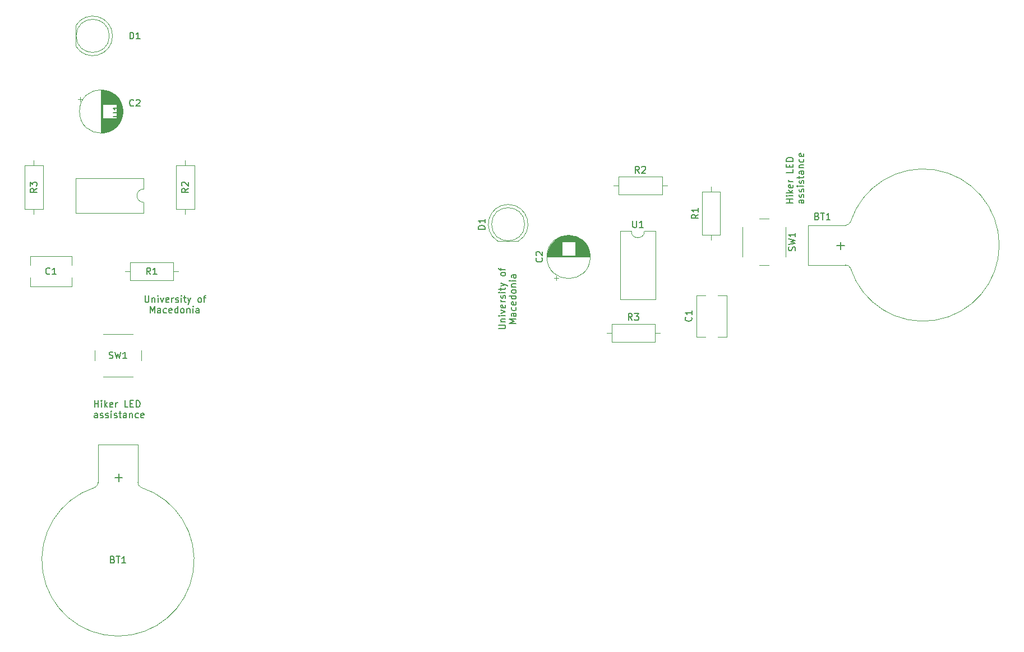
<source format=gbr>
%TF.GenerationSoftware,KiCad,Pcbnew,7.0.5*%
%TF.CreationDate,2024-01-16T13:08:26+02:00*%
%TF.ProjectId,Ex04-Chapter06,45783034-2d43-4686-9170-74657230362e,rev?*%
%TF.SameCoordinates,Original*%
%TF.FileFunction,Legend,Top*%
%TF.FilePolarity,Positive*%
%FSLAX46Y46*%
G04 Gerber Fmt 4.6, Leading zero omitted, Abs format (unit mm)*
G04 Created by KiCad (PCBNEW 7.0.5) date 2024-01-16 13:08:26*
%MOMM*%
%LPD*%
G01*
G04 APERTURE LIST*
%ADD10C,0.150000*%
%ADD11C,0.120000*%
G04 APERTURE END LIST*
D10*
X198521432Y-93693398D02*
X199330955Y-93693398D01*
X199330955Y-93693398D02*
X199426193Y-93645779D01*
X199426193Y-93645779D02*
X199473813Y-93598160D01*
X199473813Y-93598160D02*
X199521432Y-93502922D01*
X199521432Y-93502922D02*
X199521432Y-93312446D01*
X199521432Y-93312446D02*
X199473813Y-93217208D01*
X199473813Y-93217208D02*
X199426193Y-93169589D01*
X199426193Y-93169589D02*
X199330955Y-93121970D01*
X199330955Y-93121970D02*
X198521432Y-93121970D01*
X198854765Y-92645779D02*
X199521432Y-92645779D01*
X198950003Y-92645779D02*
X198902384Y-92598160D01*
X198902384Y-92598160D02*
X198854765Y-92502922D01*
X198854765Y-92502922D02*
X198854765Y-92360065D01*
X198854765Y-92360065D02*
X198902384Y-92264827D01*
X198902384Y-92264827D02*
X198997622Y-92217208D01*
X198997622Y-92217208D02*
X199521432Y-92217208D01*
X199521432Y-91741017D02*
X198854765Y-91741017D01*
X198521432Y-91741017D02*
X198569051Y-91788636D01*
X198569051Y-91788636D02*
X198616670Y-91741017D01*
X198616670Y-91741017D02*
X198569051Y-91693398D01*
X198569051Y-91693398D02*
X198521432Y-91741017D01*
X198521432Y-91741017D02*
X198616670Y-91741017D01*
X198854765Y-91360065D02*
X199521432Y-91121970D01*
X199521432Y-91121970D02*
X198854765Y-90883875D01*
X199473813Y-90121970D02*
X199521432Y-90217208D01*
X199521432Y-90217208D02*
X199521432Y-90407684D01*
X199521432Y-90407684D02*
X199473813Y-90502922D01*
X199473813Y-90502922D02*
X199378574Y-90550541D01*
X199378574Y-90550541D02*
X198997622Y-90550541D01*
X198997622Y-90550541D02*
X198902384Y-90502922D01*
X198902384Y-90502922D02*
X198854765Y-90407684D01*
X198854765Y-90407684D02*
X198854765Y-90217208D01*
X198854765Y-90217208D02*
X198902384Y-90121970D01*
X198902384Y-90121970D02*
X198997622Y-90074351D01*
X198997622Y-90074351D02*
X199092860Y-90074351D01*
X199092860Y-90074351D02*
X199188098Y-90550541D01*
X199521432Y-89645779D02*
X198854765Y-89645779D01*
X199045241Y-89645779D02*
X198950003Y-89598160D01*
X198950003Y-89598160D02*
X198902384Y-89550541D01*
X198902384Y-89550541D02*
X198854765Y-89455303D01*
X198854765Y-89455303D02*
X198854765Y-89360065D01*
X199473813Y-89074350D02*
X199521432Y-88979112D01*
X199521432Y-88979112D02*
X199521432Y-88788636D01*
X199521432Y-88788636D02*
X199473813Y-88693398D01*
X199473813Y-88693398D02*
X199378574Y-88645779D01*
X199378574Y-88645779D02*
X199330955Y-88645779D01*
X199330955Y-88645779D02*
X199235717Y-88693398D01*
X199235717Y-88693398D02*
X199188098Y-88788636D01*
X199188098Y-88788636D02*
X199188098Y-88931493D01*
X199188098Y-88931493D02*
X199140479Y-89026731D01*
X199140479Y-89026731D02*
X199045241Y-89074350D01*
X199045241Y-89074350D02*
X198997622Y-89074350D01*
X198997622Y-89074350D02*
X198902384Y-89026731D01*
X198902384Y-89026731D02*
X198854765Y-88931493D01*
X198854765Y-88931493D02*
X198854765Y-88788636D01*
X198854765Y-88788636D02*
X198902384Y-88693398D01*
X199521432Y-88217207D02*
X198854765Y-88217207D01*
X198521432Y-88217207D02*
X198569051Y-88264826D01*
X198569051Y-88264826D02*
X198616670Y-88217207D01*
X198616670Y-88217207D02*
X198569051Y-88169588D01*
X198569051Y-88169588D02*
X198521432Y-88217207D01*
X198521432Y-88217207D02*
X198616670Y-88217207D01*
X198854765Y-87883874D02*
X198854765Y-87502922D01*
X198521432Y-87741017D02*
X199378574Y-87741017D01*
X199378574Y-87741017D02*
X199473813Y-87693398D01*
X199473813Y-87693398D02*
X199521432Y-87598160D01*
X199521432Y-87598160D02*
X199521432Y-87502922D01*
X198854765Y-87264826D02*
X199521432Y-87026731D01*
X198854765Y-86788636D02*
X199521432Y-87026731D01*
X199521432Y-87026731D02*
X199759527Y-87121969D01*
X199759527Y-87121969D02*
X199807146Y-87169588D01*
X199807146Y-87169588D02*
X199854765Y-87264826D01*
X199521432Y-85502921D02*
X199473813Y-85598159D01*
X199473813Y-85598159D02*
X199426193Y-85645778D01*
X199426193Y-85645778D02*
X199330955Y-85693397D01*
X199330955Y-85693397D02*
X199045241Y-85693397D01*
X199045241Y-85693397D02*
X198950003Y-85645778D01*
X198950003Y-85645778D02*
X198902384Y-85598159D01*
X198902384Y-85598159D02*
X198854765Y-85502921D01*
X198854765Y-85502921D02*
X198854765Y-85360064D01*
X198854765Y-85360064D02*
X198902384Y-85264826D01*
X198902384Y-85264826D02*
X198950003Y-85217207D01*
X198950003Y-85217207D02*
X199045241Y-85169588D01*
X199045241Y-85169588D02*
X199330955Y-85169588D01*
X199330955Y-85169588D02*
X199426193Y-85217207D01*
X199426193Y-85217207D02*
X199473813Y-85264826D01*
X199473813Y-85264826D02*
X199521432Y-85360064D01*
X199521432Y-85360064D02*
X199521432Y-85502921D01*
X198854765Y-84883873D02*
X198854765Y-84502921D01*
X199521432Y-84741016D02*
X198664289Y-84741016D01*
X198664289Y-84741016D02*
X198569051Y-84693397D01*
X198569051Y-84693397D02*
X198521432Y-84598159D01*
X198521432Y-84598159D02*
X198521432Y-84502921D01*
X201131432Y-92931493D02*
X200131432Y-92931493D01*
X200131432Y-92931493D02*
X200845717Y-92598160D01*
X200845717Y-92598160D02*
X200131432Y-92264827D01*
X200131432Y-92264827D02*
X201131432Y-92264827D01*
X201131432Y-91360065D02*
X200607622Y-91360065D01*
X200607622Y-91360065D02*
X200512384Y-91407684D01*
X200512384Y-91407684D02*
X200464765Y-91502922D01*
X200464765Y-91502922D02*
X200464765Y-91693398D01*
X200464765Y-91693398D02*
X200512384Y-91788636D01*
X201083813Y-91360065D02*
X201131432Y-91455303D01*
X201131432Y-91455303D02*
X201131432Y-91693398D01*
X201131432Y-91693398D02*
X201083813Y-91788636D01*
X201083813Y-91788636D02*
X200988574Y-91836255D01*
X200988574Y-91836255D02*
X200893336Y-91836255D01*
X200893336Y-91836255D02*
X200798098Y-91788636D01*
X200798098Y-91788636D02*
X200750479Y-91693398D01*
X200750479Y-91693398D02*
X200750479Y-91455303D01*
X200750479Y-91455303D02*
X200702860Y-91360065D01*
X201083813Y-90455303D02*
X201131432Y-90550541D01*
X201131432Y-90550541D02*
X201131432Y-90741017D01*
X201131432Y-90741017D02*
X201083813Y-90836255D01*
X201083813Y-90836255D02*
X201036193Y-90883874D01*
X201036193Y-90883874D02*
X200940955Y-90931493D01*
X200940955Y-90931493D02*
X200655241Y-90931493D01*
X200655241Y-90931493D02*
X200560003Y-90883874D01*
X200560003Y-90883874D02*
X200512384Y-90836255D01*
X200512384Y-90836255D02*
X200464765Y-90741017D01*
X200464765Y-90741017D02*
X200464765Y-90550541D01*
X200464765Y-90550541D02*
X200512384Y-90455303D01*
X201083813Y-89645779D02*
X201131432Y-89741017D01*
X201131432Y-89741017D02*
X201131432Y-89931493D01*
X201131432Y-89931493D02*
X201083813Y-90026731D01*
X201083813Y-90026731D02*
X200988574Y-90074350D01*
X200988574Y-90074350D02*
X200607622Y-90074350D01*
X200607622Y-90074350D02*
X200512384Y-90026731D01*
X200512384Y-90026731D02*
X200464765Y-89931493D01*
X200464765Y-89931493D02*
X200464765Y-89741017D01*
X200464765Y-89741017D02*
X200512384Y-89645779D01*
X200512384Y-89645779D02*
X200607622Y-89598160D01*
X200607622Y-89598160D02*
X200702860Y-89598160D01*
X200702860Y-89598160D02*
X200798098Y-90074350D01*
X201131432Y-88741017D02*
X200131432Y-88741017D01*
X201083813Y-88741017D02*
X201131432Y-88836255D01*
X201131432Y-88836255D02*
X201131432Y-89026731D01*
X201131432Y-89026731D02*
X201083813Y-89121969D01*
X201083813Y-89121969D02*
X201036193Y-89169588D01*
X201036193Y-89169588D02*
X200940955Y-89217207D01*
X200940955Y-89217207D02*
X200655241Y-89217207D01*
X200655241Y-89217207D02*
X200560003Y-89169588D01*
X200560003Y-89169588D02*
X200512384Y-89121969D01*
X200512384Y-89121969D02*
X200464765Y-89026731D01*
X200464765Y-89026731D02*
X200464765Y-88836255D01*
X200464765Y-88836255D02*
X200512384Y-88741017D01*
X201131432Y-88121969D02*
X201083813Y-88217207D01*
X201083813Y-88217207D02*
X201036193Y-88264826D01*
X201036193Y-88264826D02*
X200940955Y-88312445D01*
X200940955Y-88312445D02*
X200655241Y-88312445D01*
X200655241Y-88312445D02*
X200560003Y-88264826D01*
X200560003Y-88264826D02*
X200512384Y-88217207D01*
X200512384Y-88217207D02*
X200464765Y-88121969D01*
X200464765Y-88121969D02*
X200464765Y-87979112D01*
X200464765Y-87979112D02*
X200512384Y-87883874D01*
X200512384Y-87883874D02*
X200560003Y-87836255D01*
X200560003Y-87836255D02*
X200655241Y-87788636D01*
X200655241Y-87788636D02*
X200940955Y-87788636D01*
X200940955Y-87788636D02*
X201036193Y-87836255D01*
X201036193Y-87836255D02*
X201083813Y-87883874D01*
X201083813Y-87883874D02*
X201131432Y-87979112D01*
X201131432Y-87979112D02*
X201131432Y-88121969D01*
X200464765Y-87360064D02*
X201131432Y-87360064D01*
X200560003Y-87360064D02*
X200512384Y-87312445D01*
X200512384Y-87312445D02*
X200464765Y-87217207D01*
X200464765Y-87217207D02*
X200464765Y-87074350D01*
X200464765Y-87074350D02*
X200512384Y-86979112D01*
X200512384Y-86979112D02*
X200607622Y-86931493D01*
X200607622Y-86931493D02*
X201131432Y-86931493D01*
X201131432Y-86455302D02*
X200464765Y-86455302D01*
X200131432Y-86455302D02*
X200179051Y-86502921D01*
X200179051Y-86502921D02*
X200226670Y-86455302D01*
X200226670Y-86455302D02*
X200179051Y-86407683D01*
X200179051Y-86407683D02*
X200131432Y-86455302D01*
X200131432Y-86455302D02*
X200226670Y-86455302D01*
X201131432Y-85550541D02*
X200607622Y-85550541D01*
X200607622Y-85550541D02*
X200512384Y-85598160D01*
X200512384Y-85598160D02*
X200464765Y-85693398D01*
X200464765Y-85693398D02*
X200464765Y-85883874D01*
X200464765Y-85883874D02*
X200512384Y-85979112D01*
X201083813Y-85550541D02*
X201131432Y-85645779D01*
X201131432Y-85645779D02*
X201131432Y-85883874D01*
X201131432Y-85883874D02*
X201083813Y-85979112D01*
X201083813Y-85979112D02*
X200988574Y-86026731D01*
X200988574Y-86026731D02*
X200893336Y-86026731D01*
X200893336Y-86026731D02*
X200798098Y-85979112D01*
X200798098Y-85979112D02*
X200750479Y-85883874D01*
X200750479Y-85883874D02*
X200750479Y-85645779D01*
X200750479Y-85645779D02*
X200702860Y-85550541D01*
X242957549Y-74681423D02*
X241957549Y-74681423D01*
X242433739Y-74681423D02*
X242433739Y-74109995D01*
X242957549Y-74109995D02*
X241957549Y-74109995D01*
X242957549Y-73633804D02*
X242290882Y-73633804D01*
X241957549Y-73633804D02*
X242005168Y-73681423D01*
X242005168Y-73681423D02*
X242052787Y-73633804D01*
X242052787Y-73633804D02*
X242005168Y-73586185D01*
X242005168Y-73586185D02*
X241957549Y-73633804D01*
X241957549Y-73633804D02*
X242052787Y-73633804D01*
X242957549Y-73157614D02*
X241957549Y-73157614D01*
X242576596Y-73062376D02*
X242957549Y-72776662D01*
X242290882Y-72776662D02*
X242671834Y-73157614D01*
X242909930Y-71967138D02*
X242957549Y-72062376D01*
X242957549Y-72062376D02*
X242957549Y-72252852D01*
X242957549Y-72252852D02*
X242909930Y-72348090D01*
X242909930Y-72348090D02*
X242814691Y-72395709D01*
X242814691Y-72395709D02*
X242433739Y-72395709D01*
X242433739Y-72395709D02*
X242338501Y-72348090D01*
X242338501Y-72348090D02*
X242290882Y-72252852D01*
X242290882Y-72252852D02*
X242290882Y-72062376D01*
X242290882Y-72062376D02*
X242338501Y-71967138D01*
X242338501Y-71967138D02*
X242433739Y-71919519D01*
X242433739Y-71919519D02*
X242528977Y-71919519D01*
X242528977Y-71919519D02*
X242624215Y-72395709D01*
X242957549Y-71490947D02*
X242290882Y-71490947D01*
X242481358Y-71490947D02*
X242386120Y-71443328D01*
X242386120Y-71443328D02*
X242338501Y-71395709D01*
X242338501Y-71395709D02*
X242290882Y-71300471D01*
X242290882Y-71300471D02*
X242290882Y-71205233D01*
X242957549Y-69633804D02*
X242957549Y-70109994D01*
X242957549Y-70109994D02*
X241957549Y-70109994D01*
X242433739Y-69300470D02*
X242433739Y-68967137D01*
X242957549Y-68824280D02*
X242957549Y-69300470D01*
X242957549Y-69300470D02*
X241957549Y-69300470D01*
X241957549Y-69300470D02*
X241957549Y-68824280D01*
X242957549Y-68395708D02*
X241957549Y-68395708D01*
X241957549Y-68395708D02*
X241957549Y-68157613D01*
X241957549Y-68157613D02*
X242005168Y-68014756D01*
X242005168Y-68014756D02*
X242100406Y-67919518D01*
X242100406Y-67919518D02*
X242195644Y-67871899D01*
X242195644Y-67871899D02*
X242386120Y-67824280D01*
X242386120Y-67824280D02*
X242528977Y-67824280D01*
X242528977Y-67824280D02*
X242719453Y-67871899D01*
X242719453Y-67871899D02*
X242814691Y-67919518D01*
X242814691Y-67919518D02*
X242909930Y-68014756D01*
X242909930Y-68014756D02*
X242957549Y-68157613D01*
X242957549Y-68157613D02*
X242957549Y-68395708D01*
X244567549Y-74252852D02*
X244043739Y-74252852D01*
X244043739Y-74252852D02*
X243948501Y-74300471D01*
X243948501Y-74300471D02*
X243900882Y-74395709D01*
X243900882Y-74395709D02*
X243900882Y-74586185D01*
X243900882Y-74586185D02*
X243948501Y-74681423D01*
X244519930Y-74252852D02*
X244567549Y-74348090D01*
X244567549Y-74348090D02*
X244567549Y-74586185D01*
X244567549Y-74586185D02*
X244519930Y-74681423D01*
X244519930Y-74681423D02*
X244424691Y-74729042D01*
X244424691Y-74729042D02*
X244329453Y-74729042D01*
X244329453Y-74729042D02*
X244234215Y-74681423D01*
X244234215Y-74681423D02*
X244186596Y-74586185D01*
X244186596Y-74586185D02*
X244186596Y-74348090D01*
X244186596Y-74348090D02*
X244138977Y-74252852D01*
X244519930Y-73824280D02*
X244567549Y-73729042D01*
X244567549Y-73729042D02*
X244567549Y-73538566D01*
X244567549Y-73538566D02*
X244519930Y-73443328D01*
X244519930Y-73443328D02*
X244424691Y-73395709D01*
X244424691Y-73395709D02*
X244377072Y-73395709D01*
X244377072Y-73395709D02*
X244281834Y-73443328D01*
X244281834Y-73443328D02*
X244234215Y-73538566D01*
X244234215Y-73538566D02*
X244234215Y-73681423D01*
X244234215Y-73681423D02*
X244186596Y-73776661D01*
X244186596Y-73776661D02*
X244091358Y-73824280D01*
X244091358Y-73824280D02*
X244043739Y-73824280D01*
X244043739Y-73824280D02*
X243948501Y-73776661D01*
X243948501Y-73776661D02*
X243900882Y-73681423D01*
X243900882Y-73681423D02*
X243900882Y-73538566D01*
X243900882Y-73538566D02*
X243948501Y-73443328D01*
X244519930Y-73014756D02*
X244567549Y-72919518D01*
X244567549Y-72919518D02*
X244567549Y-72729042D01*
X244567549Y-72729042D02*
X244519930Y-72633804D01*
X244519930Y-72633804D02*
X244424691Y-72586185D01*
X244424691Y-72586185D02*
X244377072Y-72586185D01*
X244377072Y-72586185D02*
X244281834Y-72633804D01*
X244281834Y-72633804D02*
X244234215Y-72729042D01*
X244234215Y-72729042D02*
X244234215Y-72871899D01*
X244234215Y-72871899D02*
X244186596Y-72967137D01*
X244186596Y-72967137D02*
X244091358Y-73014756D01*
X244091358Y-73014756D02*
X244043739Y-73014756D01*
X244043739Y-73014756D02*
X243948501Y-72967137D01*
X243948501Y-72967137D02*
X243900882Y-72871899D01*
X243900882Y-72871899D02*
X243900882Y-72729042D01*
X243900882Y-72729042D02*
X243948501Y-72633804D01*
X244567549Y-72157613D02*
X243900882Y-72157613D01*
X243567549Y-72157613D02*
X243615168Y-72205232D01*
X243615168Y-72205232D02*
X243662787Y-72157613D01*
X243662787Y-72157613D02*
X243615168Y-72109994D01*
X243615168Y-72109994D02*
X243567549Y-72157613D01*
X243567549Y-72157613D02*
X243662787Y-72157613D01*
X244519930Y-71729042D02*
X244567549Y-71633804D01*
X244567549Y-71633804D02*
X244567549Y-71443328D01*
X244567549Y-71443328D02*
X244519930Y-71348090D01*
X244519930Y-71348090D02*
X244424691Y-71300471D01*
X244424691Y-71300471D02*
X244377072Y-71300471D01*
X244377072Y-71300471D02*
X244281834Y-71348090D01*
X244281834Y-71348090D02*
X244234215Y-71443328D01*
X244234215Y-71443328D02*
X244234215Y-71586185D01*
X244234215Y-71586185D02*
X244186596Y-71681423D01*
X244186596Y-71681423D02*
X244091358Y-71729042D01*
X244091358Y-71729042D02*
X244043739Y-71729042D01*
X244043739Y-71729042D02*
X243948501Y-71681423D01*
X243948501Y-71681423D02*
X243900882Y-71586185D01*
X243900882Y-71586185D02*
X243900882Y-71443328D01*
X243900882Y-71443328D02*
X243948501Y-71348090D01*
X243900882Y-71014756D02*
X243900882Y-70633804D01*
X243567549Y-70871899D02*
X244424691Y-70871899D01*
X244424691Y-70871899D02*
X244519930Y-70824280D01*
X244519930Y-70824280D02*
X244567549Y-70729042D01*
X244567549Y-70729042D02*
X244567549Y-70633804D01*
X244567549Y-69871899D02*
X244043739Y-69871899D01*
X244043739Y-69871899D02*
X243948501Y-69919518D01*
X243948501Y-69919518D02*
X243900882Y-70014756D01*
X243900882Y-70014756D02*
X243900882Y-70205232D01*
X243900882Y-70205232D02*
X243948501Y-70300470D01*
X244519930Y-69871899D02*
X244567549Y-69967137D01*
X244567549Y-69967137D02*
X244567549Y-70205232D01*
X244567549Y-70205232D02*
X244519930Y-70300470D01*
X244519930Y-70300470D02*
X244424691Y-70348089D01*
X244424691Y-70348089D02*
X244329453Y-70348089D01*
X244329453Y-70348089D02*
X244234215Y-70300470D01*
X244234215Y-70300470D02*
X244186596Y-70205232D01*
X244186596Y-70205232D02*
X244186596Y-69967137D01*
X244186596Y-69967137D02*
X244138977Y-69871899D01*
X243900882Y-69395708D02*
X244567549Y-69395708D01*
X243996120Y-69395708D02*
X243948501Y-69348089D01*
X243948501Y-69348089D02*
X243900882Y-69252851D01*
X243900882Y-69252851D02*
X243900882Y-69109994D01*
X243900882Y-69109994D02*
X243948501Y-69014756D01*
X243948501Y-69014756D02*
X244043739Y-68967137D01*
X244043739Y-68967137D02*
X244567549Y-68967137D01*
X244519930Y-68062375D02*
X244567549Y-68157613D01*
X244567549Y-68157613D02*
X244567549Y-68348089D01*
X244567549Y-68348089D02*
X244519930Y-68443327D01*
X244519930Y-68443327D02*
X244472310Y-68490946D01*
X244472310Y-68490946D02*
X244377072Y-68538565D01*
X244377072Y-68538565D02*
X244091358Y-68538565D01*
X244091358Y-68538565D02*
X243996120Y-68490946D01*
X243996120Y-68490946D02*
X243948501Y-68443327D01*
X243948501Y-68443327D02*
X243900882Y-68348089D01*
X243900882Y-68348089D02*
X243900882Y-68157613D01*
X243900882Y-68157613D02*
X243948501Y-68062375D01*
X244519930Y-67252851D02*
X244567549Y-67348089D01*
X244567549Y-67348089D02*
X244567549Y-67538565D01*
X244567549Y-67538565D02*
X244519930Y-67633803D01*
X244519930Y-67633803D02*
X244424691Y-67681422D01*
X244424691Y-67681422D02*
X244043739Y-67681422D01*
X244043739Y-67681422D02*
X243948501Y-67633803D01*
X243948501Y-67633803D02*
X243900882Y-67538565D01*
X243900882Y-67538565D02*
X243900882Y-67348089D01*
X243900882Y-67348089D02*
X243948501Y-67252851D01*
X243948501Y-67252851D02*
X244043739Y-67205232D01*
X244043739Y-67205232D02*
X244138977Y-67205232D01*
X244138977Y-67205232D02*
X244234215Y-67681422D01*
X137496779Y-105544819D02*
X137496779Y-104544819D01*
X137496779Y-105021009D02*
X138068207Y-105021009D01*
X138068207Y-105544819D02*
X138068207Y-104544819D01*
X138544398Y-105544819D02*
X138544398Y-104878152D01*
X138544398Y-104544819D02*
X138496779Y-104592438D01*
X138496779Y-104592438D02*
X138544398Y-104640057D01*
X138544398Y-104640057D02*
X138592017Y-104592438D01*
X138592017Y-104592438D02*
X138544398Y-104544819D01*
X138544398Y-104544819D02*
X138544398Y-104640057D01*
X139020588Y-105544819D02*
X139020588Y-104544819D01*
X139115826Y-105163866D02*
X139401540Y-105544819D01*
X139401540Y-104878152D02*
X139020588Y-105259104D01*
X140211064Y-105497200D02*
X140115826Y-105544819D01*
X140115826Y-105544819D02*
X139925350Y-105544819D01*
X139925350Y-105544819D02*
X139830112Y-105497200D01*
X139830112Y-105497200D02*
X139782493Y-105401961D01*
X139782493Y-105401961D02*
X139782493Y-105021009D01*
X139782493Y-105021009D02*
X139830112Y-104925771D01*
X139830112Y-104925771D02*
X139925350Y-104878152D01*
X139925350Y-104878152D02*
X140115826Y-104878152D01*
X140115826Y-104878152D02*
X140211064Y-104925771D01*
X140211064Y-104925771D02*
X140258683Y-105021009D01*
X140258683Y-105021009D02*
X140258683Y-105116247D01*
X140258683Y-105116247D02*
X139782493Y-105211485D01*
X140687255Y-105544819D02*
X140687255Y-104878152D01*
X140687255Y-105068628D02*
X140734874Y-104973390D01*
X140734874Y-104973390D02*
X140782493Y-104925771D01*
X140782493Y-104925771D02*
X140877731Y-104878152D01*
X140877731Y-104878152D02*
X140972969Y-104878152D01*
X142544398Y-105544819D02*
X142068208Y-105544819D01*
X142068208Y-105544819D02*
X142068208Y-104544819D01*
X142877732Y-105021009D02*
X143211065Y-105021009D01*
X143353922Y-105544819D02*
X142877732Y-105544819D01*
X142877732Y-105544819D02*
X142877732Y-104544819D01*
X142877732Y-104544819D02*
X143353922Y-104544819D01*
X143782494Y-105544819D02*
X143782494Y-104544819D01*
X143782494Y-104544819D02*
X144020589Y-104544819D01*
X144020589Y-104544819D02*
X144163446Y-104592438D01*
X144163446Y-104592438D02*
X144258684Y-104687676D01*
X144258684Y-104687676D02*
X144306303Y-104782914D01*
X144306303Y-104782914D02*
X144353922Y-104973390D01*
X144353922Y-104973390D02*
X144353922Y-105116247D01*
X144353922Y-105116247D02*
X144306303Y-105306723D01*
X144306303Y-105306723D02*
X144258684Y-105401961D01*
X144258684Y-105401961D02*
X144163446Y-105497200D01*
X144163446Y-105497200D02*
X144020589Y-105544819D01*
X144020589Y-105544819D02*
X143782494Y-105544819D01*
X137925350Y-107154819D02*
X137925350Y-106631009D01*
X137925350Y-106631009D02*
X137877731Y-106535771D01*
X137877731Y-106535771D02*
X137782493Y-106488152D01*
X137782493Y-106488152D02*
X137592017Y-106488152D01*
X137592017Y-106488152D02*
X137496779Y-106535771D01*
X137925350Y-107107200D02*
X137830112Y-107154819D01*
X137830112Y-107154819D02*
X137592017Y-107154819D01*
X137592017Y-107154819D02*
X137496779Y-107107200D01*
X137496779Y-107107200D02*
X137449160Y-107011961D01*
X137449160Y-107011961D02*
X137449160Y-106916723D01*
X137449160Y-106916723D02*
X137496779Y-106821485D01*
X137496779Y-106821485D02*
X137592017Y-106773866D01*
X137592017Y-106773866D02*
X137830112Y-106773866D01*
X137830112Y-106773866D02*
X137925350Y-106726247D01*
X138353922Y-107107200D02*
X138449160Y-107154819D01*
X138449160Y-107154819D02*
X138639636Y-107154819D01*
X138639636Y-107154819D02*
X138734874Y-107107200D01*
X138734874Y-107107200D02*
X138782493Y-107011961D01*
X138782493Y-107011961D02*
X138782493Y-106964342D01*
X138782493Y-106964342D02*
X138734874Y-106869104D01*
X138734874Y-106869104D02*
X138639636Y-106821485D01*
X138639636Y-106821485D02*
X138496779Y-106821485D01*
X138496779Y-106821485D02*
X138401541Y-106773866D01*
X138401541Y-106773866D02*
X138353922Y-106678628D01*
X138353922Y-106678628D02*
X138353922Y-106631009D01*
X138353922Y-106631009D02*
X138401541Y-106535771D01*
X138401541Y-106535771D02*
X138496779Y-106488152D01*
X138496779Y-106488152D02*
X138639636Y-106488152D01*
X138639636Y-106488152D02*
X138734874Y-106535771D01*
X139163446Y-107107200D02*
X139258684Y-107154819D01*
X139258684Y-107154819D02*
X139449160Y-107154819D01*
X139449160Y-107154819D02*
X139544398Y-107107200D01*
X139544398Y-107107200D02*
X139592017Y-107011961D01*
X139592017Y-107011961D02*
X139592017Y-106964342D01*
X139592017Y-106964342D02*
X139544398Y-106869104D01*
X139544398Y-106869104D02*
X139449160Y-106821485D01*
X139449160Y-106821485D02*
X139306303Y-106821485D01*
X139306303Y-106821485D02*
X139211065Y-106773866D01*
X139211065Y-106773866D02*
X139163446Y-106678628D01*
X139163446Y-106678628D02*
X139163446Y-106631009D01*
X139163446Y-106631009D02*
X139211065Y-106535771D01*
X139211065Y-106535771D02*
X139306303Y-106488152D01*
X139306303Y-106488152D02*
X139449160Y-106488152D01*
X139449160Y-106488152D02*
X139544398Y-106535771D01*
X140020589Y-107154819D02*
X140020589Y-106488152D01*
X140020589Y-106154819D02*
X139972970Y-106202438D01*
X139972970Y-106202438D02*
X140020589Y-106250057D01*
X140020589Y-106250057D02*
X140068208Y-106202438D01*
X140068208Y-106202438D02*
X140020589Y-106154819D01*
X140020589Y-106154819D02*
X140020589Y-106250057D01*
X140449160Y-107107200D02*
X140544398Y-107154819D01*
X140544398Y-107154819D02*
X140734874Y-107154819D01*
X140734874Y-107154819D02*
X140830112Y-107107200D01*
X140830112Y-107107200D02*
X140877731Y-107011961D01*
X140877731Y-107011961D02*
X140877731Y-106964342D01*
X140877731Y-106964342D02*
X140830112Y-106869104D01*
X140830112Y-106869104D02*
X140734874Y-106821485D01*
X140734874Y-106821485D02*
X140592017Y-106821485D01*
X140592017Y-106821485D02*
X140496779Y-106773866D01*
X140496779Y-106773866D02*
X140449160Y-106678628D01*
X140449160Y-106678628D02*
X140449160Y-106631009D01*
X140449160Y-106631009D02*
X140496779Y-106535771D01*
X140496779Y-106535771D02*
X140592017Y-106488152D01*
X140592017Y-106488152D02*
X140734874Y-106488152D01*
X140734874Y-106488152D02*
X140830112Y-106535771D01*
X141163446Y-106488152D02*
X141544398Y-106488152D01*
X141306303Y-106154819D02*
X141306303Y-107011961D01*
X141306303Y-107011961D02*
X141353922Y-107107200D01*
X141353922Y-107107200D02*
X141449160Y-107154819D01*
X141449160Y-107154819D02*
X141544398Y-107154819D01*
X142306303Y-107154819D02*
X142306303Y-106631009D01*
X142306303Y-106631009D02*
X142258684Y-106535771D01*
X142258684Y-106535771D02*
X142163446Y-106488152D01*
X142163446Y-106488152D02*
X141972970Y-106488152D01*
X141972970Y-106488152D02*
X141877732Y-106535771D01*
X142306303Y-107107200D02*
X142211065Y-107154819D01*
X142211065Y-107154819D02*
X141972970Y-107154819D01*
X141972970Y-107154819D02*
X141877732Y-107107200D01*
X141877732Y-107107200D02*
X141830113Y-107011961D01*
X141830113Y-107011961D02*
X141830113Y-106916723D01*
X141830113Y-106916723D02*
X141877732Y-106821485D01*
X141877732Y-106821485D02*
X141972970Y-106773866D01*
X141972970Y-106773866D02*
X142211065Y-106773866D01*
X142211065Y-106773866D02*
X142306303Y-106726247D01*
X142782494Y-106488152D02*
X142782494Y-107154819D01*
X142782494Y-106583390D02*
X142830113Y-106535771D01*
X142830113Y-106535771D02*
X142925351Y-106488152D01*
X142925351Y-106488152D02*
X143068208Y-106488152D01*
X143068208Y-106488152D02*
X143163446Y-106535771D01*
X143163446Y-106535771D02*
X143211065Y-106631009D01*
X143211065Y-106631009D02*
X143211065Y-107154819D01*
X144115827Y-107107200D02*
X144020589Y-107154819D01*
X144020589Y-107154819D02*
X143830113Y-107154819D01*
X143830113Y-107154819D02*
X143734875Y-107107200D01*
X143734875Y-107107200D02*
X143687256Y-107059580D01*
X143687256Y-107059580D02*
X143639637Y-106964342D01*
X143639637Y-106964342D02*
X143639637Y-106678628D01*
X143639637Y-106678628D02*
X143687256Y-106583390D01*
X143687256Y-106583390D02*
X143734875Y-106535771D01*
X143734875Y-106535771D02*
X143830113Y-106488152D01*
X143830113Y-106488152D02*
X144020589Y-106488152D01*
X144020589Y-106488152D02*
X144115827Y-106535771D01*
X144925351Y-107107200D02*
X144830113Y-107154819D01*
X144830113Y-107154819D02*
X144639637Y-107154819D01*
X144639637Y-107154819D02*
X144544399Y-107107200D01*
X144544399Y-107107200D02*
X144496780Y-107011961D01*
X144496780Y-107011961D02*
X144496780Y-106631009D01*
X144496780Y-106631009D02*
X144544399Y-106535771D01*
X144544399Y-106535771D02*
X144639637Y-106488152D01*
X144639637Y-106488152D02*
X144830113Y-106488152D01*
X144830113Y-106488152D02*
X144925351Y-106535771D01*
X144925351Y-106535771D02*
X144972970Y-106631009D01*
X144972970Y-106631009D02*
X144972970Y-106726247D01*
X144972970Y-106726247D02*
X144496780Y-106821485D01*
X145116779Y-88699819D02*
X145116779Y-89509342D01*
X145116779Y-89509342D02*
X145164398Y-89604580D01*
X145164398Y-89604580D02*
X145212017Y-89652200D01*
X145212017Y-89652200D02*
X145307255Y-89699819D01*
X145307255Y-89699819D02*
X145497731Y-89699819D01*
X145497731Y-89699819D02*
X145592969Y-89652200D01*
X145592969Y-89652200D02*
X145640588Y-89604580D01*
X145640588Y-89604580D02*
X145688207Y-89509342D01*
X145688207Y-89509342D02*
X145688207Y-88699819D01*
X146164398Y-89033152D02*
X146164398Y-89699819D01*
X146164398Y-89128390D02*
X146212017Y-89080771D01*
X146212017Y-89080771D02*
X146307255Y-89033152D01*
X146307255Y-89033152D02*
X146450112Y-89033152D01*
X146450112Y-89033152D02*
X146545350Y-89080771D01*
X146545350Y-89080771D02*
X146592969Y-89176009D01*
X146592969Y-89176009D02*
X146592969Y-89699819D01*
X147069160Y-89699819D02*
X147069160Y-89033152D01*
X147069160Y-88699819D02*
X147021541Y-88747438D01*
X147021541Y-88747438D02*
X147069160Y-88795057D01*
X147069160Y-88795057D02*
X147116779Y-88747438D01*
X147116779Y-88747438D02*
X147069160Y-88699819D01*
X147069160Y-88699819D02*
X147069160Y-88795057D01*
X147450112Y-89033152D02*
X147688207Y-89699819D01*
X147688207Y-89699819D02*
X147926302Y-89033152D01*
X148688207Y-89652200D02*
X148592969Y-89699819D01*
X148592969Y-89699819D02*
X148402493Y-89699819D01*
X148402493Y-89699819D02*
X148307255Y-89652200D01*
X148307255Y-89652200D02*
X148259636Y-89556961D01*
X148259636Y-89556961D02*
X148259636Y-89176009D01*
X148259636Y-89176009D02*
X148307255Y-89080771D01*
X148307255Y-89080771D02*
X148402493Y-89033152D01*
X148402493Y-89033152D02*
X148592969Y-89033152D01*
X148592969Y-89033152D02*
X148688207Y-89080771D01*
X148688207Y-89080771D02*
X148735826Y-89176009D01*
X148735826Y-89176009D02*
X148735826Y-89271247D01*
X148735826Y-89271247D02*
X148259636Y-89366485D01*
X149164398Y-89699819D02*
X149164398Y-89033152D01*
X149164398Y-89223628D02*
X149212017Y-89128390D01*
X149212017Y-89128390D02*
X149259636Y-89080771D01*
X149259636Y-89080771D02*
X149354874Y-89033152D01*
X149354874Y-89033152D02*
X149450112Y-89033152D01*
X149735827Y-89652200D02*
X149831065Y-89699819D01*
X149831065Y-89699819D02*
X150021541Y-89699819D01*
X150021541Y-89699819D02*
X150116779Y-89652200D01*
X150116779Y-89652200D02*
X150164398Y-89556961D01*
X150164398Y-89556961D02*
X150164398Y-89509342D01*
X150164398Y-89509342D02*
X150116779Y-89414104D01*
X150116779Y-89414104D02*
X150021541Y-89366485D01*
X150021541Y-89366485D02*
X149878684Y-89366485D01*
X149878684Y-89366485D02*
X149783446Y-89318866D01*
X149783446Y-89318866D02*
X149735827Y-89223628D01*
X149735827Y-89223628D02*
X149735827Y-89176009D01*
X149735827Y-89176009D02*
X149783446Y-89080771D01*
X149783446Y-89080771D02*
X149878684Y-89033152D01*
X149878684Y-89033152D02*
X150021541Y-89033152D01*
X150021541Y-89033152D02*
X150116779Y-89080771D01*
X150592970Y-89699819D02*
X150592970Y-89033152D01*
X150592970Y-88699819D02*
X150545351Y-88747438D01*
X150545351Y-88747438D02*
X150592970Y-88795057D01*
X150592970Y-88795057D02*
X150640589Y-88747438D01*
X150640589Y-88747438D02*
X150592970Y-88699819D01*
X150592970Y-88699819D02*
X150592970Y-88795057D01*
X150926303Y-89033152D02*
X151307255Y-89033152D01*
X151069160Y-88699819D02*
X151069160Y-89556961D01*
X151069160Y-89556961D02*
X151116779Y-89652200D01*
X151116779Y-89652200D02*
X151212017Y-89699819D01*
X151212017Y-89699819D02*
X151307255Y-89699819D01*
X151545351Y-89033152D02*
X151783446Y-89699819D01*
X152021541Y-89033152D02*
X151783446Y-89699819D01*
X151783446Y-89699819D02*
X151688208Y-89937914D01*
X151688208Y-89937914D02*
X151640589Y-89985533D01*
X151640589Y-89985533D02*
X151545351Y-90033152D01*
X153307256Y-89699819D02*
X153212018Y-89652200D01*
X153212018Y-89652200D02*
X153164399Y-89604580D01*
X153164399Y-89604580D02*
X153116780Y-89509342D01*
X153116780Y-89509342D02*
X153116780Y-89223628D01*
X153116780Y-89223628D02*
X153164399Y-89128390D01*
X153164399Y-89128390D02*
X153212018Y-89080771D01*
X153212018Y-89080771D02*
X153307256Y-89033152D01*
X153307256Y-89033152D02*
X153450113Y-89033152D01*
X153450113Y-89033152D02*
X153545351Y-89080771D01*
X153545351Y-89080771D02*
X153592970Y-89128390D01*
X153592970Y-89128390D02*
X153640589Y-89223628D01*
X153640589Y-89223628D02*
X153640589Y-89509342D01*
X153640589Y-89509342D02*
X153592970Y-89604580D01*
X153592970Y-89604580D02*
X153545351Y-89652200D01*
X153545351Y-89652200D02*
X153450113Y-89699819D01*
X153450113Y-89699819D02*
X153307256Y-89699819D01*
X153926304Y-89033152D02*
X154307256Y-89033152D01*
X154069161Y-89699819D02*
X154069161Y-88842676D01*
X154069161Y-88842676D02*
X154116780Y-88747438D01*
X154116780Y-88747438D02*
X154212018Y-88699819D01*
X154212018Y-88699819D02*
X154307256Y-88699819D01*
X145878684Y-91309819D02*
X145878684Y-90309819D01*
X145878684Y-90309819D02*
X146212017Y-91024104D01*
X146212017Y-91024104D02*
X146545350Y-90309819D01*
X146545350Y-90309819D02*
X146545350Y-91309819D01*
X147450112Y-91309819D02*
X147450112Y-90786009D01*
X147450112Y-90786009D02*
X147402493Y-90690771D01*
X147402493Y-90690771D02*
X147307255Y-90643152D01*
X147307255Y-90643152D02*
X147116779Y-90643152D01*
X147116779Y-90643152D02*
X147021541Y-90690771D01*
X147450112Y-91262200D02*
X147354874Y-91309819D01*
X147354874Y-91309819D02*
X147116779Y-91309819D01*
X147116779Y-91309819D02*
X147021541Y-91262200D01*
X147021541Y-91262200D02*
X146973922Y-91166961D01*
X146973922Y-91166961D02*
X146973922Y-91071723D01*
X146973922Y-91071723D02*
X147021541Y-90976485D01*
X147021541Y-90976485D02*
X147116779Y-90928866D01*
X147116779Y-90928866D02*
X147354874Y-90928866D01*
X147354874Y-90928866D02*
X147450112Y-90881247D01*
X148354874Y-91262200D02*
X148259636Y-91309819D01*
X148259636Y-91309819D02*
X148069160Y-91309819D01*
X148069160Y-91309819D02*
X147973922Y-91262200D01*
X147973922Y-91262200D02*
X147926303Y-91214580D01*
X147926303Y-91214580D02*
X147878684Y-91119342D01*
X147878684Y-91119342D02*
X147878684Y-90833628D01*
X147878684Y-90833628D02*
X147926303Y-90738390D01*
X147926303Y-90738390D02*
X147973922Y-90690771D01*
X147973922Y-90690771D02*
X148069160Y-90643152D01*
X148069160Y-90643152D02*
X148259636Y-90643152D01*
X148259636Y-90643152D02*
X148354874Y-90690771D01*
X149164398Y-91262200D02*
X149069160Y-91309819D01*
X149069160Y-91309819D02*
X148878684Y-91309819D01*
X148878684Y-91309819D02*
X148783446Y-91262200D01*
X148783446Y-91262200D02*
X148735827Y-91166961D01*
X148735827Y-91166961D02*
X148735827Y-90786009D01*
X148735827Y-90786009D02*
X148783446Y-90690771D01*
X148783446Y-90690771D02*
X148878684Y-90643152D01*
X148878684Y-90643152D02*
X149069160Y-90643152D01*
X149069160Y-90643152D02*
X149164398Y-90690771D01*
X149164398Y-90690771D02*
X149212017Y-90786009D01*
X149212017Y-90786009D02*
X149212017Y-90881247D01*
X149212017Y-90881247D02*
X148735827Y-90976485D01*
X150069160Y-91309819D02*
X150069160Y-90309819D01*
X150069160Y-91262200D02*
X149973922Y-91309819D01*
X149973922Y-91309819D02*
X149783446Y-91309819D01*
X149783446Y-91309819D02*
X149688208Y-91262200D01*
X149688208Y-91262200D02*
X149640589Y-91214580D01*
X149640589Y-91214580D02*
X149592970Y-91119342D01*
X149592970Y-91119342D02*
X149592970Y-90833628D01*
X149592970Y-90833628D02*
X149640589Y-90738390D01*
X149640589Y-90738390D02*
X149688208Y-90690771D01*
X149688208Y-90690771D02*
X149783446Y-90643152D01*
X149783446Y-90643152D02*
X149973922Y-90643152D01*
X149973922Y-90643152D02*
X150069160Y-90690771D01*
X150688208Y-91309819D02*
X150592970Y-91262200D01*
X150592970Y-91262200D02*
X150545351Y-91214580D01*
X150545351Y-91214580D02*
X150497732Y-91119342D01*
X150497732Y-91119342D02*
X150497732Y-90833628D01*
X150497732Y-90833628D02*
X150545351Y-90738390D01*
X150545351Y-90738390D02*
X150592970Y-90690771D01*
X150592970Y-90690771D02*
X150688208Y-90643152D01*
X150688208Y-90643152D02*
X150831065Y-90643152D01*
X150831065Y-90643152D02*
X150926303Y-90690771D01*
X150926303Y-90690771D02*
X150973922Y-90738390D01*
X150973922Y-90738390D02*
X151021541Y-90833628D01*
X151021541Y-90833628D02*
X151021541Y-91119342D01*
X151021541Y-91119342D02*
X150973922Y-91214580D01*
X150973922Y-91214580D02*
X150926303Y-91262200D01*
X150926303Y-91262200D02*
X150831065Y-91309819D01*
X150831065Y-91309819D02*
X150688208Y-91309819D01*
X151450113Y-90643152D02*
X151450113Y-91309819D01*
X151450113Y-90738390D02*
X151497732Y-90690771D01*
X151497732Y-90690771D02*
X151592970Y-90643152D01*
X151592970Y-90643152D02*
X151735827Y-90643152D01*
X151735827Y-90643152D02*
X151831065Y-90690771D01*
X151831065Y-90690771D02*
X151878684Y-90786009D01*
X151878684Y-90786009D02*
X151878684Y-91309819D01*
X152354875Y-91309819D02*
X152354875Y-90643152D01*
X152354875Y-90309819D02*
X152307256Y-90357438D01*
X152307256Y-90357438D02*
X152354875Y-90405057D01*
X152354875Y-90405057D02*
X152402494Y-90357438D01*
X152402494Y-90357438D02*
X152354875Y-90309819D01*
X152354875Y-90309819D02*
X152354875Y-90405057D01*
X153259636Y-91309819D02*
X153259636Y-90786009D01*
X153259636Y-90786009D02*
X153212017Y-90690771D01*
X153212017Y-90690771D02*
X153116779Y-90643152D01*
X153116779Y-90643152D02*
X152926303Y-90643152D01*
X152926303Y-90643152D02*
X152831065Y-90690771D01*
X153259636Y-91262200D02*
X153164398Y-91309819D01*
X153164398Y-91309819D02*
X152926303Y-91309819D01*
X152926303Y-91309819D02*
X152831065Y-91262200D01*
X152831065Y-91262200D02*
X152783446Y-91166961D01*
X152783446Y-91166961D02*
X152783446Y-91071723D01*
X152783446Y-91071723D02*
X152831065Y-90976485D01*
X152831065Y-90976485D02*
X152926303Y-90928866D01*
X152926303Y-90928866D02*
X153164398Y-90928866D01*
X153164398Y-90928866D02*
X153259636Y-90881247D01*
%TO.C,U1*%
X218759491Y-77408663D02*
X218759491Y-78218186D01*
X218759491Y-78218186D02*
X218807110Y-78313424D01*
X218807110Y-78313424D02*
X218854729Y-78361044D01*
X218854729Y-78361044D02*
X218949967Y-78408663D01*
X218949967Y-78408663D02*
X219140443Y-78408663D01*
X219140443Y-78408663D02*
X219235681Y-78361044D01*
X219235681Y-78361044D02*
X219283300Y-78313424D01*
X219283300Y-78313424D02*
X219330919Y-78218186D01*
X219330919Y-78218186D02*
X219330919Y-77408663D01*
X220330919Y-78408663D02*
X219759491Y-78408663D01*
X220045205Y-78408663D02*
X220045205Y-77408663D01*
X220045205Y-77408663D02*
X219949967Y-77551520D01*
X219949967Y-77551520D02*
X219854729Y-77646758D01*
X219854729Y-77646758D02*
X219759491Y-77694377D01*
%TO.C,C1*%
X227573702Y-91942217D02*
X227621322Y-91989836D01*
X227621322Y-91989836D02*
X227668941Y-92132693D01*
X227668941Y-92132693D02*
X227668941Y-92227931D01*
X227668941Y-92227931D02*
X227621322Y-92370788D01*
X227621322Y-92370788D02*
X227526083Y-92466026D01*
X227526083Y-92466026D02*
X227430845Y-92513645D01*
X227430845Y-92513645D02*
X227240369Y-92561264D01*
X227240369Y-92561264D02*
X227097512Y-92561264D01*
X227097512Y-92561264D02*
X226907036Y-92513645D01*
X226907036Y-92513645D02*
X226811798Y-92466026D01*
X226811798Y-92466026D02*
X226716560Y-92370788D01*
X226716560Y-92370788D02*
X226668941Y-92227931D01*
X226668941Y-92227931D02*
X226668941Y-92132693D01*
X226668941Y-92132693D02*
X226716560Y-91989836D01*
X226716560Y-91989836D02*
X226764179Y-91942217D01*
X227668941Y-90989836D02*
X227668941Y-91561264D01*
X227668941Y-91275550D02*
X226668941Y-91275550D01*
X226668941Y-91275550D02*
X226811798Y-91370788D01*
X226811798Y-91370788D02*
X226907036Y-91466026D01*
X226907036Y-91466026D02*
X226954655Y-91561264D01*
%TO.C,R3*%
X218671359Y-92406917D02*
X218338026Y-91930726D01*
X218099931Y-92406917D02*
X218099931Y-91406917D01*
X218099931Y-91406917D02*
X218480883Y-91406917D01*
X218480883Y-91406917D02*
X218576121Y-91454536D01*
X218576121Y-91454536D02*
X218623740Y-91502155D01*
X218623740Y-91502155D02*
X218671359Y-91597393D01*
X218671359Y-91597393D02*
X218671359Y-91740250D01*
X218671359Y-91740250D02*
X218623740Y-91835488D01*
X218623740Y-91835488D02*
X218576121Y-91883107D01*
X218576121Y-91883107D02*
X218480883Y-91930726D01*
X218480883Y-91930726D02*
X218099931Y-91930726D01*
X219004693Y-91406917D02*
X219623740Y-91406917D01*
X219623740Y-91406917D02*
X219290407Y-91787869D01*
X219290407Y-91787869D02*
X219433264Y-91787869D01*
X219433264Y-91787869D02*
X219528502Y-91835488D01*
X219528502Y-91835488D02*
X219576121Y-91883107D01*
X219576121Y-91883107D02*
X219623740Y-91978345D01*
X219623740Y-91978345D02*
X219623740Y-92216440D01*
X219623740Y-92216440D02*
X219576121Y-92311678D01*
X219576121Y-92311678D02*
X219528502Y-92359298D01*
X219528502Y-92359298D02*
X219433264Y-92406917D01*
X219433264Y-92406917D02*
X219147550Y-92406917D01*
X219147550Y-92406917D02*
X219052312Y-92359298D01*
X219052312Y-92359298D02*
X219004693Y-92311678D01*
%TO.C,R1*%
X228639292Y-76440132D02*
X228163101Y-76773465D01*
X228639292Y-77011560D02*
X227639292Y-77011560D01*
X227639292Y-77011560D02*
X227639292Y-76630608D01*
X227639292Y-76630608D02*
X227686911Y-76535370D01*
X227686911Y-76535370D02*
X227734530Y-76487751D01*
X227734530Y-76487751D02*
X227829768Y-76440132D01*
X227829768Y-76440132D02*
X227972625Y-76440132D01*
X227972625Y-76440132D02*
X228067863Y-76487751D01*
X228067863Y-76487751D02*
X228115482Y-76535370D01*
X228115482Y-76535370D02*
X228163101Y-76630608D01*
X228163101Y-76630608D02*
X228163101Y-77011560D01*
X228639292Y-75487751D02*
X228639292Y-76059179D01*
X228639292Y-75773465D02*
X227639292Y-75773465D01*
X227639292Y-75773465D02*
X227782149Y-75868703D01*
X227782149Y-75868703D02*
X227877387Y-75963941D01*
X227877387Y-75963941D02*
X227925006Y-76059179D01*
%TO.C,R2*%
X219733286Y-70173010D02*
X219399953Y-69696819D01*
X219161858Y-70173010D02*
X219161858Y-69173010D01*
X219161858Y-69173010D02*
X219542810Y-69173010D01*
X219542810Y-69173010D02*
X219638048Y-69220629D01*
X219638048Y-69220629D02*
X219685667Y-69268248D01*
X219685667Y-69268248D02*
X219733286Y-69363486D01*
X219733286Y-69363486D02*
X219733286Y-69506343D01*
X219733286Y-69506343D02*
X219685667Y-69601581D01*
X219685667Y-69601581D02*
X219638048Y-69649200D01*
X219638048Y-69649200D02*
X219542810Y-69696819D01*
X219542810Y-69696819D02*
X219161858Y-69696819D01*
X220114239Y-69268248D02*
X220161858Y-69220629D01*
X220161858Y-69220629D02*
X220257096Y-69173010D01*
X220257096Y-69173010D02*
X220495191Y-69173010D01*
X220495191Y-69173010D02*
X220590429Y-69220629D01*
X220590429Y-69220629D02*
X220638048Y-69268248D01*
X220638048Y-69268248D02*
X220685667Y-69363486D01*
X220685667Y-69363486D02*
X220685667Y-69458724D01*
X220685667Y-69458724D02*
X220638048Y-69601581D01*
X220638048Y-69601581D02*
X220066620Y-70173010D01*
X220066620Y-70173010D02*
X220685667Y-70173010D01*
%TO.C,BT1*%
X246597195Y-76692525D02*
X246740052Y-76740144D01*
X246740052Y-76740144D02*
X246787671Y-76787763D01*
X246787671Y-76787763D02*
X246835290Y-76883001D01*
X246835290Y-76883001D02*
X246835290Y-77025858D01*
X246835290Y-77025858D02*
X246787671Y-77121096D01*
X246787671Y-77121096D02*
X246740052Y-77168716D01*
X246740052Y-77168716D02*
X246644814Y-77216335D01*
X246644814Y-77216335D02*
X246263862Y-77216335D01*
X246263862Y-77216335D02*
X246263862Y-76216335D01*
X246263862Y-76216335D02*
X246597195Y-76216335D01*
X246597195Y-76216335D02*
X246692433Y-76263954D01*
X246692433Y-76263954D02*
X246740052Y-76311573D01*
X246740052Y-76311573D02*
X246787671Y-76406811D01*
X246787671Y-76406811D02*
X246787671Y-76502049D01*
X246787671Y-76502049D02*
X246740052Y-76597287D01*
X246740052Y-76597287D02*
X246692433Y-76644906D01*
X246692433Y-76644906D02*
X246597195Y-76692525D01*
X246597195Y-76692525D02*
X246263862Y-76692525D01*
X247121005Y-76216335D02*
X247692433Y-76216335D01*
X247406719Y-77216335D02*
X247406719Y-76216335D01*
X248549576Y-77216335D02*
X247978148Y-77216335D01*
X248263862Y-77216335D02*
X248263862Y-76216335D01*
X248263862Y-76216335D02*
X248168624Y-76359192D01*
X248168624Y-76359192D02*
X248073386Y-76454430D01*
X248073386Y-76454430D02*
X247978148Y-76502049D01*
X249561481Y-81176216D02*
X250704339Y-81176216D01*
X250132910Y-81747644D02*
X250132910Y-80604787D01*
%TO.C,C2*%
X205023001Y-83011338D02*
X205070621Y-83058957D01*
X205070621Y-83058957D02*
X205118240Y-83201814D01*
X205118240Y-83201814D02*
X205118240Y-83297052D01*
X205118240Y-83297052D02*
X205070621Y-83439909D01*
X205070621Y-83439909D02*
X204975382Y-83535147D01*
X204975382Y-83535147D02*
X204880144Y-83582766D01*
X204880144Y-83582766D02*
X204689668Y-83630385D01*
X204689668Y-83630385D02*
X204546811Y-83630385D01*
X204546811Y-83630385D02*
X204356335Y-83582766D01*
X204356335Y-83582766D02*
X204261097Y-83535147D01*
X204261097Y-83535147D02*
X204165859Y-83439909D01*
X204165859Y-83439909D02*
X204118240Y-83297052D01*
X204118240Y-83297052D02*
X204118240Y-83201814D01*
X204118240Y-83201814D02*
X204165859Y-83058957D01*
X204165859Y-83058957D02*
X204213478Y-83011338D01*
X204213478Y-82630385D02*
X204165859Y-82582766D01*
X204165859Y-82582766D02*
X204118240Y-82487528D01*
X204118240Y-82487528D02*
X204118240Y-82249433D01*
X204118240Y-82249433D02*
X204165859Y-82154195D01*
X204165859Y-82154195D02*
X204213478Y-82106576D01*
X204213478Y-82106576D02*
X204308716Y-82058957D01*
X204308716Y-82058957D02*
X204403954Y-82058957D01*
X204403954Y-82058957D02*
X204546811Y-82106576D01*
X204546811Y-82106576D02*
X205118240Y-82678004D01*
X205118240Y-82678004D02*
X205118240Y-82058957D01*
%TO.C,D1*%
X196430025Y-78656008D02*
X195430025Y-78656008D01*
X195430025Y-78656008D02*
X195430025Y-78417913D01*
X195430025Y-78417913D02*
X195477644Y-78275056D01*
X195477644Y-78275056D02*
X195572882Y-78179818D01*
X195572882Y-78179818D02*
X195668120Y-78132199D01*
X195668120Y-78132199D02*
X195858596Y-78084580D01*
X195858596Y-78084580D02*
X196001453Y-78084580D01*
X196001453Y-78084580D02*
X196191929Y-78132199D01*
X196191929Y-78132199D02*
X196287167Y-78179818D01*
X196287167Y-78179818D02*
X196382406Y-78275056D01*
X196382406Y-78275056D02*
X196430025Y-78417913D01*
X196430025Y-78417913D02*
X196430025Y-78656008D01*
X196430025Y-77132199D02*
X196430025Y-77703627D01*
X196430025Y-77417913D02*
X195430025Y-77417913D01*
X195430025Y-77417913D02*
X195572882Y-77513151D01*
X195572882Y-77513151D02*
X195668120Y-77608389D01*
X195668120Y-77608389D02*
X195715739Y-77703627D01*
%TO.C,SW1*%
X243241195Y-81907226D02*
X243288814Y-81764369D01*
X243288814Y-81764369D02*
X243288814Y-81526274D01*
X243288814Y-81526274D02*
X243241195Y-81431036D01*
X243241195Y-81431036D02*
X243193575Y-81383417D01*
X243193575Y-81383417D02*
X243098337Y-81335798D01*
X243098337Y-81335798D02*
X243003099Y-81335798D01*
X243003099Y-81335798D02*
X242907861Y-81383417D01*
X242907861Y-81383417D02*
X242860242Y-81431036D01*
X242860242Y-81431036D02*
X242812623Y-81526274D01*
X242812623Y-81526274D02*
X242765004Y-81716750D01*
X242765004Y-81716750D02*
X242717385Y-81811988D01*
X242717385Y-81811988D02*
X242669766Y-81859607D01*
X242669766Y-81859607D02*
X242574528Y-81907226D01*
X242574528Y-81907226D02*
X242479290Y-81907226D01*
X242479290Y-81907226D02*
X242384052Y-81859607D01*
X242384052Y-81859607D02*
X242336433Y-81811988D01*
X242336433Y-81811988D02*
X242288814Y-81716750D01*
X242288814Y-81716750D02*
X242288814Y-81478655D01*
X242288814Y-81478655D02*
X242336433Y-81335798D01*
X242288814Y-81002464D02*
X243288814Y-80764369D01*
X243288814Y-80764369D02*
X242574528Y-80573893D01*
X242574528Y-80573893D02*
X243288814Y-80383417D01*
X243288814Y-80383417D02*
X242288814Y-80145322D01*
X243288814Y-79240560D02*
X243288814Y-79811988D01*
X243288814Y-79526274D02*
X242288814Y-79526274D01*
X242288814Y-79526274D02*
X242431671Y-79621512D01*
X242431671Y-79621512D02*
X242526909Y-79716750D01*
X242526909Y-79716750D02*
X242574528Y-79811988D01*
%TO.C,D1*%
X142831905Y-49924819D02*
X142831905Y-48924819D01*
X142831905Y-48924819D02*
X143070000Y-48924819D01*
X143070000Y-48924819D02*
X143212857Y-48972438D01*
X143212857Y-48972438D02*
X143308095Y-49067676D01*
X143308095Y-49067676D02*
X143355714Y-49162914D01*
X143355714Y-49162914D02*
X143403333Y-49353390D01*
X143403333Y-49353390D02*
X143403333Y-49496247D01*
X143403333Y-49496247D02*
X143355714Y-49686723D01*
X143355714Y-49686723D02*
X143308095Y-49781961D01*
X143308095Y-49781961D02*
X143212857Y-49877200D01*
X143212857Y-49877200D02*
X143070000Y-49924819D01*
X143070000Y-49924819D02*
X142831905Y-49924819D01*
X144355714Y-49924819D02*
X143784286Y-49924819D01*
X144070000Y-49924819D02*
X144070000Y-48924819D01*
X144070000Y-48924819D02*
X143974762Y-49067676D01*
X143974762Y-49067676D02*
X143879524Y-49162914D01*
X143879524Y-49162914D02*
X143784286Y-49210533D01*
%TO.C,U1*%
X140284819Y-61651904D02*
X141094342Y-61651904D01*
X141094342Y-61651904D02*
X141189580Y-61604285D01*
X141189580Y-61604285D02*
X141237200Y-61556666D01*
X141237200Y-61556666D02*
X141284819Y-61461428D01*
X141284819Y-61461428D02*
X141284819Y-61270952D01*
X141284819Y-61270952D02*
X141237200Y-61175714D01*
X141237200Y-61175714D02*
X141189580Y-61128095D01*
X141189580Y-61128095D02*
X141094342Y-61080476D01*
X141094342Y-61080476D02*
X140284819Y-61080476D01*
X141284819Y-60080476D02*
X141284819Y-60651904D01*
X141284819Y-60366190D02*
X140284819Y-60366190D01*
X140284819Y-60366190D02*
X140427676Y-60461428D01*
X140427676Y-60461428D02*
X140522914Y-60556666D01*
X140522914Y-60556666D02*
X140570533Y-60651904D01*
%TO.C,R2*%
X151644819Y-72496666D02*
X151168628Y-72829999D01*
X151644819Y-73068094D02*
X150644819Y-73068094D01*
X150644819Y-73068094D02*
X150644819Y-72687142D01*
X150644819Y-72687142D02*
X150692438Y-72591904D01*
X150692438Y-72591904D02*
X150740057Y-72544285D01*
X150740057Y-72544285D02*
X150835295Y-72496666D01*
X150835295Y-72496666D02*
X150978152Y-72496666D01*
X150978152Y-72496666D02*
X151073390Y-72544285D01*
X151073390Y-72544285D02*
X151121009Y-72591904D01*
X151121009Y-72591904D02*
X151168628Y-72687142D01*
X151168628Y-72687142D02*
X151168628Y-73068094D01*
X150740057Y-72115713D02*
X150692438Y-72068094D01*
X150692438Y-72068094D02*
X150644819Y-71972856D01*
X150644819Y-71972856D02*
X150644819Y-71734761D01*
X150644819Y-71734761D02*
X150692438Y-71639523D01*
X150692438Y-71639523D02*
X150740057Y-71591904D01*
X150740057Y-71591904D02*
X150835295Y-71544285D01*
X150835295Y-71544285D02*
X150930533Y-71544285D01*
X150930533Y-71544285D02*
X151073390Y-71591904D01*
X151073390Y-71591904D02*
X151644819Y-72163332D01*
X151644819Y-72163332D02*
X151644819Y-71544285D01*
%TO.C,R1*%
X145943333Y-85484819D02*
X145610000Y-85008628D01*
X145371905Y-85484819D02*
X145371905Y-84484819D01*
X145371905Y-84484819D02*
X145752857Y-84484819D01*
X145752857Y-84484819D02*
X145848095Y-84532438D01*
X145848095Y-84532438D02*
X145895714Y-84580057D01*
X145895714Y-84580057D02*
X145943333Y-84675295D01*
X145943333Y-84675295D02*
X145943333Y-84818152D01*
X145943333Y-84818152D02*
X145895714Y-84913390D01*
X145895714Y-84913390D02*
X145848095Y-84961009D01*
X145848095Y-84961009D02*
X145752857Y-85008628D01*
X145752857Y-85008628D02*
X145371905Y-85008628D01*
X146895714Y-85484819D02*
X146324286Y-85484819D01*
X146610000Y-85484819D02*
X146610000Y-84484819D01*
X146610000Y-84484819D02*
X146514762Y-84627676D01*
X146514762Y-84627676D02*
X146419524Y-84722914D01*
X146419524Y-84722914D02*
X146324286Y-84770533D01*
%TO.C,SW1*%
X139696667Y-98137200D02*
X139839524Y-98184819D01*
X139839524Y-98184819D02*
X140077619Y-98184819D01*
X140077619Y-98184819D02*
X140172857Y-98137200D01*
X140172857Y-98137200D02*
X140220476Y-98089580D01*
X140220476Y-98089580D02*
X140268095Y-97994342D01*
X140268095Y-97994342D02*
X140268095Y-97899104D01*
X140268095Y-97899104D02*
X140220476Y-97803866D01*
X140220476Y-97803866D02*
X140172857Y-97756247D01*
X140172857Y-97756247D02*
X140077619Y-97708628D01*
X140077619Y-97708628D02*
X139887143Y-97661009D01*
X139887143Y-97661009D02*
X139791905Y-97613390D01*
X139791905Y-97613390D02*
X139744286Y-97565771D01*
X139744286Y-97565771D02*
X139696667Y-97470533D01*
X139696667Y-97470533D02*
X139696667Y-97375295D01*
X139696667Y-97375295D02*
X139744286Y-97280057D01*
X139744286Y-97280057D02*
X139791905Y-97232438D01*
X139791905Y-97232438D02*
X139887143Y-97184819D01*
X139887143Y-97184819D02*
X140125238Y-97184819D01*
X140125238Y-97184819D02*
X140268095Y-97232438D01*
X140601429Y-97184819D02*
X140839524Y-98184819D01*
X140839524Y-98184819D02*
X141030000Y-97470533D01*
X141030000Y-97470533D02*
X141220476Y-98184819D01*
X141220476Y-98184819D02*
X141458572Y-97184819D01*
X142363333Y-98184819D02*
X141791905Y-98184819D01*
X142077619Y-98184819D02*
X142077619Y-97184819D01*
X142077619Y-97184819D02*
X141982381Y-97327676D01*
X141982381Y-97327676D02*
X141887143Y-97422914D01*
X141887143Y-97422914D02*
X141791905Y-97470533D01*
%TO.C,BT1*%
X140244275Y-128550965D02*
X140387132Y-128598584D01*
X140387132Y-128598584D02*
X140434751Y-128646203D01*
X140434751Y-128646203D02*
X140482370Y-128741441D01*
X140482370Y-128741441D02*
X140482370Y-128884298D01*
X140482370Y-128884298D02*
X140434751Y-128979536D01*
X140434751Y-128979536D02*
X140387132Y-129027156D01*
X140387132Y-129027156D02*
X140291894Y-129074775D01*
X140291894Y-129074775D02*
X139910942Y-129074775D01*
X139910942Y-129074775D02*
X139910942Y-128074775D01*
X139910942Y-128074775D02*
X140244275Y-128074775D01*
X140244275Y-128074775D02*
X140339513Y-128122394D01*
X140339513Y-128122394D02*
X140387132Y-128170013D01*
X140387132Y-128170013D02*
X140434751Y-128265251D01*
X140434751Y-128265251D02*
X140434751Y-128360489D01*
X140434751Y-128360489D02*
X140387132Y-128455727D01*
X140387132Y-128455727D02*
X140339513Y-128503346D01*
X140339513Y-128503346D02*
X140244275Y-128550965D01*
X140244275Y-128550965D02*
X139910942Y-128550965D01*
X140768085Y-128074775D02*
X141339513Y-128074775D01*
X141053799Y-129074775D02*
X141053799Y-128074775D01*
X142196656Y-129074775D02*
X141625228Y-129074775D01*
X141910942Y-129074775D02*
X141910942Y-128074775D01*
X141910942Y-128074775D02*
X141815704Y-128217632D01*
X141815704Y-128217632D02*
X141720466Y-128312870D01*
X141720466Y-128312870D02*
X141625228Y-128360489D01*
X141144701Y-116741428D02*
X141144701Y-115598571D01*
X141716129Y-116169999D02*
X140573272Y-116169999D01*
%TO.C,C1*%
X130743333Y-85389580D02*
X130695714Y-85437200D01*
X130695714Y-85437200D02*
X130552857Y-85484819D01*
X130552857Y-85484819D02*
X130457619Y-85484819D01*
X130457619Y-85484819D02*
X130314762Y-85437200D01*
X130314762Y-85437200D02*
X130219524Y-85341961D01*
X130219524Y-85341961D02*
X130171905Y-85246723D01*
X130171905Y-85246723D02*
X130124286Y-85056247D01*
X130124286Y-85056247D02*
X130124286Y-84913390D01*
X130124286Y-84913390D02*
X130171905Y-84722914D01*
X130171905Y-84722914D02*
X130219524Y-84627676D01*
X130219524Y-84627676D02*
X130314762Y-84532438D01*
X130314762Y-84532438D02*
X130457619Y-84484819D01*
X130457619Y-84484819D02*
X130552857Y-84484819D01*
X130552857Y-84484819D02*
X130695714Y-84532438D01*
X130695714Y-84532438D02*
X130743333Y-84580057D01*
X131695714Y-85484819D02*
X131124286Y-85484819D01*
X131410000Y-85484819D02*
X131410000Y-84484819D01*
X131410000Y-84484819D02*
X131314762Y-84627676D01*
X131314762Y-84627676D02*
X131219524Y-84722914D01*
X131219524Y-84722914D02*
X131124286Y-84770533D01*
%TO.C,C2*%
X143403333Y-59989580D02*
X143355714Y-60037200D01*
X143355714Y-60037200D02*
X143212857Y-60084819D01*
X143212857Y-60084819D02*
X143117619Y-60084819D01*
X143117619Y-60084819D02*
X142974762Y-60037200D01*
X142974762Y-60037200D02*
X142879524Y-59941961D01*
X142879524Y-59941961D02*
X142831905Y-59846723D01*
X142831905Y-59846723D02*
X142784286Y-59656247D01*
X142784286Y-59656247D02*
X142784286Y-59513390D01*
X142784286Y-59513390D02*
X142831905Y-59322914D01*
X142831905Y-59322914D02*
X142879524Y-59227676D01*
X142879524Y-59227676D02*
X142974762Y-59132438D01*
X142974762Y-59132438D02*
X143117619Y-59084819D01*
X143117619Y-59084819D02*
X143212857Y-59084819D01*
X143212857Y-59084819D02*
X143355714Y-59132438D01*
X143355714Y-59132438D02*
X143403333Y-59180057D01*
X143784286Y-59180057D02*
X143831905Y-59132438D01*
X143831905Y-59132438D02*
X143927143Y-59084819D01*
X143927143Y-59084819D02*
X144165238Y-59084819D01*
X144165238Y-59084819D02*
X144260476Y-59132438D01*
X144260476Y-59132438D02*
X144308095Y-59180057D01*
X144308095Y-59180057D02*
X144355714Y-59275295D01*
X144355714Y-59275295D02*
X144355714Y-59370533D01*
X144355714Y-59370533D02*
X144308095Y-59513390D01*
X144308095Y-59513390D02*
X143736667Y-60084819D01*
X143736667Y-60084819D02*
X144355714Y-60084819D01*
%TO.C,R3*%
X128784819Y-72496666D02*
X128308628Y-72829999D01*
X128784819Y-73068094D02*
X127784819Y-73068094D01*
X127784819Y-73068094D02*
X127784819Y-72687142D01*
X127784819Y-72687142D02*
X127832438Y-72591904D01*
X127832438Y-72591904D02*
X127880057Y-72544285D01*
X127880057Y-72544285D02*
X127975295Y-72496666D01*
X127975295Y-72496666D02*
X128118152Y-72496666D01*
X128118152Y-72496666D02*
X128213390Y-72544285D01*
X128213390Y-72544285D02*
X128261009Y-72591904D01*
X128261009Y-72591904D02*
X128308628Y-72687142D01*
X128308628Y-72687142D02*
X128308628Y-73068094D01*
X127784819Y-72163332D02*
X127784819Y-71544285D01*
X127784819Y-71544285D02*
X128165771Y-71877618D01*
X128165771Y-71877618D02*
X128165771Y-71734761D01*
X128165771Y-71734761D02*
X128213390Y-71639523D01*
X128213390Y-71639523D02*
X128261009Y-71591904D01*
X128261009Y-71591904D02*
X128356247Y-71544285D01*
X128356247Y-71544285D02*
X128594342Y-71544285D01*
X128594342Y-71544285D02*
X128689580Y-71591904D01*
X128689580Y-71591904D02*
X128737200Y-71639523D01*
X128737200Y-71639523D02*
X128784819Y-71734761D01*
X128784819Y-71734761D02*
X128784819Y-72020475D01*
X128784819Y-72020475D02*
X128737200Y-72115713D01*
X128737200Y-72115713D02*
X128689580Y-72163332D01*
D11*
%TO.C,U1*%
X222171396Y-78953844D02*
X220521396Y-78953844D01*
X216871396Y-78953844D02*
X216871396Y-89233844D01*
X222171396Y-89233844D02*
X222171396Y-78953844D01*
X218521396Y-78953844D02*
X216871396Y-78953844D01*
X216871396Y-89233844D02*
X222171396Y-89233844D01*
X218521396Y-78953844D02*
G75*
G03*
X220521396Y-78953844I1000000J0D01*
G01*
%TO.C,C1*%
X232985122Y-94895551D02*
X232985122Y-88655551D01*
X228343122Y-94895551D02*
X229739122Y-94895551D01*
X231589122Y-88655551D02*
X232985122Y-88655551D01*
X228343122Y-94895551D02*
X228343122Y-88655551D01*
X228343122Y-88655551D02*
X229739122Y-88655551D01*
X231589122Y-94895551D02*
X232985122Y-94895551D01*
%TO.C,R3*%
X222878026Y-94322098D02*
X222108026Y-94322098D01*
X214798026Y-94322098D02*
X215568026Y-94322098D01*
X215568026Y-92952098D02*
X215568026Y-95692098D01*
X222108026Y-95692098D02*
X222108026Y-92952098D01*
X215568026Y-95692098D02*
X222108026Y-95692098D01*
X222108026Y-92952098D02*
X215568026Y-92952098D01*
%TO.C,R1*%
X230554473Y-72233466D02*
X230554473Y-73003466D01*
X230554473Y-80313466D02*
X230554473Y-79543466D01*
X229184473Y-79543466D02*
X231924473Y-79543466D01*
X231924473Y-73003466D02*
X229184473Y-73003466D01*
X231924473Y-79543466D02*
X231924473Y-73003466D01*
X229184473Y-73003466D02*
X229184473Y-79543466D01*
%TO.C,R2*%
X223939953Y-72088191D02*
X223169953Y-72088191D01*
X215859953Y-72088191D02*
X216629953Y-72088191D01*
X216629953Y-70718191D02*
X216629953Y-73458191D01*
X223169953Y-73458191D02*
X223169953Y-70718191D01*
X216629953Y-73458191D02*
X223169953Y-73458191D01*
X223169953Y-70718191D02*
X216629953Y-70718191D01*
%TO.C,BT1*%
X245182910Y-84061516D02*
X250882910Y-84061516D01*
X245182910Y-84061516D02*
X245182910Y-78061516D01*
X245182910Y-78061516D02*
X250882910Y-78061516D01*
X274078580Y-81061516D02*
G75*
G03*
X251632911Y-77561516I-11495714J11D01*
G01*
X251632910Y-84561516D02*
G75*
G03*
X274078581Y-81061516I10949956J3499989D01*
G01*
X250882910Y-78061516D02*
G75*
G03*
X251632910Y-77561516I0J812500D01*
G01*
X251632910Y-84561516D02*
G75*
G03*
X250882910Y-84061516I-750000J-312500D01*
G01*
%TO.C,C2*%
X212333421Y-82844672D02*
G75*
G03*
X212333421Y-82844672I-3270000J0D01*
G01*
X205839421Y-82644672D02*
X212287421Y-82644672D01*
X206347421Y-81083672D02*
X208023421Y-81083672D01*
X210103421Y-80723672D02*
X211513421Y-80723672D01*
X210103421Y-82164672D02*
X212222421Y-82164672D01*
X206147421Y-81443672D02*
X208023421Y-81443672D01*
X205868421Y-82364672D02*
X208023421Y-82364672D01*
X210103421Y-81643672D02*
X212065421Y-81643672D01*
X206061421Y-81643672D02*
X208023421Y-81643672D01*
X205852421Y-82484672D02*
X208023421Y-82484672D01*
X206002421Y-81803672D02*
X208023421Y-81803672D01*
X205989421Y-81843672D02*
X208023421Y-81843672D01*
X206077421Y-81603672D02*
X208023421Y-81603672D01*
X206547421Y-80803672D02*
X208023421Y-80803672D01*
X205857421Y-82444672D02*
X208023421Y-82444672D01*
X210103421Y-81003672D02*
X211727421Y-81003672D01*
X206187421Y-81363672D02*
X208023421Y-81363672D01*
X210103421Y-82484672D02*
X212274421Y-82484672D01*
X206515421Y-80843672D02*
X208023421Y-80843672D01*
X210103421Y-81043672D02*
X211753421Y-81043672D01*
X210103421Y-80763672D02*
X211547421Y-80763672D01*
X205836421Y-82684672D02*
X212290421Y-82684672D01*
X210103421Y-81483672D02*
X211997421Y-81483672D01*
X205896421Y-82204672D02*
X208023421Y-82204672D01*
X206321421Y-81123672D02*
X208023421Y-81123672D01*
X210103421Y-80643672D02*
X211443421Y-80643672D01*
X210103421Y-82444672D02*
X212269421Y-82444672D01*
X207801421Y-79843672D02*
X210325421Y-79843672D01*
X207119421Y-80243672D02*
X211007421Y-80243672D01*
X206881421Y-80443672D02*
X211245421Y-80443672D01*
X210103421Y-81763672D02*
X212110421Y-81763672D01*
X210103421Y-80803672D02*
X211579421Y-80803672D01*
X206427421Y-80963672D02*
X208023421Y-80963672D01*
X207898421Y-79803672D02*
X210228421Y-79803672D01*
X210103421Y-81923672D02*
X212161421Y-81923672D01*
X205977421Y-81883672D02*
X208023421Y-81883672D01*
X210103421Y-82604672D02*
X212285421Y-82604672D01*
X206485421Y-80883672D02*
X208023421Y-80883672D01*
X210103421Y-81403672D02*
X211959421Y-81403672D01*
X206798421Y-80523672D02*
X211328421Y-80523672D01*
X206613421Y-80723672D02*
X208023421Y-80723672D01*
X205845421Y-82564672D02*
X208023421Y-82564672D01*
X205922421Y-82083672D02*
X208023421Y-82083672D01*
X210103421Y-81723672D02*
X212096421Y-81723672D01*
X205942421Y-82003672D02*
X208023421Y-82003672D01*
X206297421Y-81163672D02*
X208023421Y-81163672D01*
X210103421Y-82003672D02*
X212184421Y-82003672D01*
X205833421Y-82844672D02*
X212293421Y-82844672D01*
X205965421Y-81923672D02*
X208023421Y-81923672D01*
X205904421Y-82164672D02*
X208023421Y-82164672D01*
X205874421Y-82324672D02*
X208023421Y-82324672D01*
X210103421Y-81803672D02*
X212124421Y-81803672D01*
X206167421Y-81403672D02*
X208023421Y-81403672D01*
X210103421Y-82404672D02*
X212264421Y-82404672D01*
X208123421Y-79723672D02*
X210003421Y-79723672D01*
X208004421Y-79763672D02*
X210122421Y-79763672D01*
X205888421Y-82244672D02*
X208023421Y-82244672D01*
X207482421Y-80003672D02*
X210644421Y-80003672D01*
X206683421Y-80643672D02*
X208023421Y-80643672D01*
X207349421Y-80083672D02*
X210777421Y-80083672D01*
X210103421Y-81283672D02*
X211897421Y-81283672D01*
X206909421Y-86029913D02*
X207539421Y-86029913D01*
X210103421Y-82123672D02*
X212213421Y-82123672D01*
X206030421Y-81723672D02*
X208023421Y-81723672D01*
X210103421Y-80683672D02*
X211479421Y-80683672D01*
X210103421Y-80923672D02*
X211670421Y-80923672D01*
X205953421Y-81963672D02*
X208023421Y-81963672D01*
X210103421Y-82364672D02*
X212258421Y-82364672D01*
X210103421Y-81323672D02*
X211919421Y-81323672D01*
X206045421Y-81683672D02*
X208023421Y-81683672D01*
X210103421Y-80603672D02*
X211406421Y-80603672D01*
X206129421Y-81483672D02*
X208023421Y-81483672D01*
X205913421Y-82123672D02*
X208023421Y-82123672D01*
X207713421Y-79883672D02*
X210413421Y-79883672D01*
X210103421Y-81883672D02*
X212149421Y-81883672D01*
X206720421Y-80603672D02*
X208023421Y-80603672D01*
X210103421Y-81523672D02*
X212015421Y-81523672D01*
X206971421Y-80363672D02*
X211155421Y-80363672D01*
X207019421Y-80323672D02*
X211107421Y-80323672D01*
X210103421Y-81443672D02*
X211979421Y-81443672D01*
X210103421Y-81563672D02*
X212033421Y-81563672D01*
X210103421Y-82083672D02*
X212204421Y-82083672D01*
X206456421Y-80923672D02*
X208023421Y-80923672D01*
X206926421Y-80403672D02*
X211200421Y-80403672D01*
X210103421Y-81163672D02*
X211829421Y-81163672D01*
X206111421Y-81523672D02*
X208023421Y-81523672D01*
X206273421Y-81203672D02*
X208023421Y-81203672D01*
X205848421Y-82524672D02*
X208023421Y-82524672D01*
X206093421Y-81563672D02*
X208023421Y-81563672D01*
X210103421Y-82524672D02*
X212278421Y-82524672D01*
X210103421Y-80883672D02*
X211641421Y-80883672D01*
X210103421Y-80563672D02*
X211368421Y-80563672D01*
X208430421Y-79643672D02*
X209696421Y-79643672D01*
X210103421Y-80963672D02*
X211699421Y-80963672D01*
X207287421Y-80123672D02*
X210839421Y-80123672D01*
X206373421Y-81043672D02*
X208023421Y-81043672D01*
X206647421Y-80683672D02*
X208023421Y-80683672D01*
X205841421Y-82604672D02*
X208023421Y-82604672D01*
X210103421Y-82043672D02*
X212194421Y-82043672D01*
X206229421Y-81283672D02*
X208023421Y-81283672D01*
X205862421Y-82404672D02*
X208023421Y-82404672D01*
X207631421Y-79923672D02*
X210495421Y-79923672D01*
X206399421Y-81003672D02*
X208023421Y-81003672D01*
X210103421Y-82564672D02*
X212281421Y-82564672D01*
X210103421Y-82244672D02*
X212238421Y-82244672D01*
X207413421Y-80043672D02*
X210713421Y-80043672D01*
X206579421Y-80763672D02*
X208023421Y-80763672D01*
X210103421Y-81683672D02*
X212081421Y-81683672D01*
X206839421Y-80483672D02*
X211287421Y-80483672D01*
X207554421Y-79963672D02*
X210572421Y-79963672D01*
X210103421Y-82324672D02*
X212252421Y-82324672D01*
X210103421Y-81083672D02*
X211779421Y-81083672D01*
X206251421Y-81243672D02*
X208023421Y-81243672D01*
X210103421Y-81603672D02*
X212049421Y-81603672D01*
X210103421Y-82204672D02*
X212230421Y-82204672D01*
X208661421Y-79603672D02*
X209465421Y-79603672D01*
X210103421Y-81123672D02*
X211805421Y-81123672D01*
X207224421Y-86344913D02*
X207224421Y-85714913D01*
X210103421Y-81203672D02*
X211853421Y-81203672D01*
X205835421Y-82724672D02*
X212291421Y-82724672D01*
X208261421Y-79683672D02*
X209865421Y-79683672D01*
X205881421Y-82284672D02*
X208023421Y-82284672D01*
X206758421Y-80563672D02*
X208023421Y-80563672D01*
X206207421Y-81323672D02*
X208023421Y-81323672D01*
X210103421Y-81243672D02*
X211875421Y-81243672D01*
X210103421Y-82284672D02*
X212245421Y-82284672D01*
X207068421Y-80283672D02*
X211058421Y-80283672D01*
X207229421Y-80163672D02*
X210897421Y-80163672D01*
X205833421Y-82804672D02*
X212293421Y-82804672D01*
X210103421Y-81843672D02*
X212137421Y-81843672D01*
X210103421Y-81963672D02*
X212173421Y-81963672D01*
X205833421Y-82764672D02*
X212293421Y-82764672D01*
X205932421Y-82043672D02*
X208023421Y-82043672D01*
X207173421Y-80203672D02*
X210953421Y-80203672D01*
X206016421Y-81763672D02*
X208023421Y-81763672D01*
X210103421Y-81363672D02*
X211939421Y-81363672D01*
X210103421Y-80843672D02*
X211611421Y-80843672D01*
%TO.C,D1*%
X198390206Y-80477914D02*
X201480206Y-80477914D01*
X199935668Y-74927915D02*
G75*
G03*
X198390376Y-80477913I-462J-2989999D01*
G01*
X201480036Y-80477914D02*
G75*
G03*
X199934744Y-74927914I-1544830J2560000D01*
G01*
X202435206Y-77917914D02*
G75*
G03*
X202435206Y-77917914I-2500000J0D01*
G01*
%TO.C,SW1*%
X241833995Y-82823894D02*
X241833995Y-78323894D01*
X235333995Y-78323894D02*
X235333995Y-82823894D01*
X237833995Y-84073894D02*
X239333995Y-84073894D01*
X239333995Y-77073894D02*
X237833995Y-77073894D01*
%TO.C,D1*%
X134660000Y-47925000D02*
X134660000Y-51015000D01*
X140209999Y-49470462D02*
G75*
G03*
X134660001Y-47925170I-2989999J462D01*
G01*
X134660000Y-51014830D02*
G75*
G03*
X140210000Y-49469538I2560000J1544830D01*
G01*
X139720000Y-49470000D02*
G75*
G03*
X139720000Y-49470000I-2500000J0D01*
G01*
%TO.C,U1*%
X144900000Y-70950000D02*
X134620000Y-70950000D01*
X134620000Y-70950000D02*
X134620000Y-76250000D01*
X144900000Y-72600000D02*
X144900000Y-70950000D01*
X144900000Y-76250000D02*
X144900000Y-74600000D01*
X134620000Y-76250000D02*
X144900000Y-76250000D01*
X144900000Y-72600000D02*
G75*
G03*
X144900000Y-74600000I0J-1000000D01*
G01*
%TO.C,R2*%
X151190000Y-68290000D02*
X151190000Y-69060000D01*
X152560000Y-69060000D02*
X149820000Y-69060000D01*
X149820000Y-69060000D02*
X149820000Y-75600000D01*
X152560000Y-75600000D02*
X152560000Y-69060000D01*
X149820000Y-75600000D02*
X152560000Y-75600000D01*
X151190000Y-76370000D02*
X151190000Y-75600000D01*
%TO.C,R1*%
X142070000Y-85030000D02*
X142840000Y-85030000D01*
X142840000Y-83660000D02*
X142840000Y-86400000D01*
X142840000Y-86400000D02*
X149380000Y-86400000D01*
X149380000Y-83660000D02*
X142840000Y-83660000D01*
X149380000Y-86400000D02*
X149380000Y-83660000D01*
X150150000Y-85030000D02*
X149380000Y-85030000D01*
%TO.C,SW1*%
X137530000Y-96980000D02*
X137530000Y-98480000D01*
X138780000Y-100980000D02*
X143280000Y-100980000D01*
X143280000Y-94480000D02*
X138780000Y-94480000D01*
X144530000Y-98480000D02*
X144530000Y-96980000D01*
%TO.C,BT1*%
X144030001Y-111220000D02*
X144030001Y-116920000D01*
X138030001Y-111220000D02*
X144030001Y-111220000D01*
X138030001Y-111220000D02*
X138030001Y-116920000D01*
X137530001Y-117670000D02*
G75*
G03*
X138030001Y-116920000I-312500J750000D01*
G01*
X144030001Y-116920000D02*
G75*
G03*
X144530001Y-117670000I812500J0D01*
G01*
X141030001Y-140115670D02*
G75*
G03*
X144530001Y-117670001I11J11495714D01*
G01*
X137530001Y-117670000D02*
G75*
G03*
X141030001Y-140115671I3499989J-10949956D01*
G01*
%TO.C,C1*%
X127790000Y-82709000D02*
X127790000Y-84105000D01*
X127790000Y-82709000D02*
X134030000Y-82709000D01*
X127790000Y-85955000D02*
X127790000Y-87351000D01*
X127790000Y-87351000D02*
X134030000Y-87351000D01*
X134030000Y-82709000D02*
X134030000Y-84105000D01*
X134030000Y-85955000D02*
X134030000Y-87351000D01*
%TO.C,C2*%
X134989759Y-59041000D02*
X135619759Y-59041000D01*
X135304759Y-58726000D02*
X135304759Y-59356000D01*
X138490000Y-57650000D02*
X138490000Y-64110000D01*
X138530000Y-57650000D02*
X138530000Y-64110000D01*
X138570000Y-57650000D02*
X138570000Y-64110000D01*
X138610000Y-57652000D02*
X138610000Y-64108000D01*
X138650000Y-57653000D02*
X138650000Y-64107000D01*
X138690000Y-57656000D02*
X138690000Y-64104000D01*
X138730000Y-57658000D02*
X138730000Y-59840000D01*
X138730000Y-61920000D02*
X138730000Y-64102000D01*
X138770000Y-57662000D02*
X138770000Y-59840000D01*
X138770000Y-61920000D02*
X138770000Y-64098000D01*
X138810000Y-57665000D02*
X138810000Y-59840000D01*
X138810000Y-61920000D02*
X138810000Y-64095000D01*
X138850000Y-57669000D02*
X138850000Y-59840000D01*
X138850000Y-61920000D02*
X138850000Y-64091000D01*
X138890000Y-57674000D02*
X138890000Y-59840000D01*
X138890000Y-61920000D02*
X138890000Y-64086000D01*
X138930000Y-57679000D02*
X138930000Y-59840000D01*
X138930000Y-61920000D02*
X138930000Y-64081000D01*
X138970000Y-57685000D02*
X138970000Y-59840000D01*
X138970000Y-61920000D02*
X138970000Y-64075000D01*
X139010000Y-57691000D02*
X139010000Y-59840000D01*
X139010000Y-61920000D02*
X139010000Y-64069000D01*
X139050000Y-57698000D02*
X139050000Y-59840000D01*
X139050000Y-61920000D02*
X139050000Y-64062000D01*
X139090000Y-57705000D02*
X139090000Y-59840000D01*
X139090000Y-61920000D02*
X139090000Y-64055000D01*
X139130000Y-57713000D02*
X139130000Y-59840000D01*
X139130000Y-61920000D02*
X139130000Y-64047000D01*
X139170000Y-57721000D02*
X139170000Y-59840000D01*
X139170000Y-61920000D02*
X139170000Y-64039000D01*
X139211000Y-57730000D02*
X139211000Y-59840000D01*
X139211000Y-61920000D02*
X139211000Y-64030000D01*
X139251000Y-57739000D02*
X139251000Y-59840000D01*
X139251000Y-61920000D02*
X139251000Y-64021000D01*
X139291000Y-57749000D02*
X139291000Y-59840000D01*
X139291000Y-61920000D02*
X139291000Y-64011000D01*
X139331000Y-57759000D02*
X139331000Y-59840000D01*
X139331000Y-61920000D02*
X139331000Y-64001000D01*
X139371000Y-57770000D02*
X139371000Y-59840000D01*
X139371000Y-61920000D02*
X139371000Y-63990000D01*
X139411000Y-57782000D02*
X139411000Y-59840000D01*
X139411000Y-61920000D02*
X139411000Y-63978000D01*
X139451000Y-57794000D02*
X139451000Y-59840000D01*
X139451000Y-61920000D02*
X139451000Y-63966000D01*
X139491000Y-57806000D02*
X139491000Y-59840000D01*
X139491000Y-61920000D02*
X139491000Y-63954000D01*
X139531000Y-57819000D02*
X139531000Y-59840000D01*
X139531000Y-61920000D02*
X139531000Y-63941000D01*
X139571000Y-57833000D02*
X139571000Y-59840000D01*
X139571000Y-61920000D02*
X139571000Y-63927000D01*
X139611000Y-57847000D02*
X139611000Y-59840000D01*
X139611000Y-61920000D02*
X139611000Y-63913000D01*
X139651000Y-57862000D02*
X139651000Y-59840000D01*
X139651000Y-61920000D02*
X139651000Y-63898000D01*
X139691000Y-57878000D02*
X139691000Y-59840000D01*
X139691000Y-61920000D02*
X139691000Y-63882000D01*
X139731000Y-57894000D02*
X139731000Y-59840000D01*
X139731000Y-61920000D02*
X139731000Y-63866000D01*
X139771000Y-57910000D02*
X139771000Y-59840000D01*
X139771000Y-61920000D02*
X139771000Y-63850000D01*
X139811000Y-57928000D02*
X139811000Y-59840000D01*
X139811000Y-61920000D02*
X139811000Y-63832000D01*
X139851000Y-57946000D02*
X139851000Y-59840000D01*
X139851000Y-61920000D02*
X139851000Y-63814000D01*
X139891000Y-57964000D02*
X139891000Y-59840000D01*
X139891000Y-61920000D02*
X139891000Y-63796000D01*
X139931000Y-57984000D02*
X139931000Y-59840000D01*
X139931000Y-61920000D02*
X139931000Y-63776000D01*
X139971000Y-58004000D02*
X139971000Y-59840000D01*
X139971000Y-61920000D02*
X139971000Y-63756000D01*
X140011000Y-58024000D02*
X140011000Y-59840000D01*
X140011000Y-61920000D02*
X140011000Y-63736000D01*
X140051000Y-58046000D02*
X140051000Y-59840000D01*
X140051000Y-61920000D02*
X140051000Y-63714000D01*
X140091000Y-58068000D02*
X140091000Y-59840000D01*
X140091000Y-61920000D02*
X140091000Y-63692000D01*
X140131000Y-58090000D02*
X140131000Y-59840000D01*
X140131000Y-61920000D02*
X140131000Y-63670000D01*
X140171000Y-58114000D02*
X140171000Y-59840000D01*
X140171000Y-61920000D02*
X140171000Y-63646000D01*
X140211000Y-58138000D02*
X140211000Y-59840000D01*
X140211000Y-61920000D02*
X140211000Y-63622000D01*
X140251000Y-58164000D02*
X140251000Y-59840000D01*
X140251000Y-61920000D02*
X140251000Y-63596000D01*
X140291000Y-58190000D02*
X140291000Y-59840000D01*
X140291000Y-61920000D02*
X140291000Y-63570000D01*
X140331000Y-58216000D02*
X140331000Y-59840000D01*
X140331000Y-61920000D02*
X140331000Y-63544000D01*
X140371000Y-58244000D02*
X140371000Y-59840000D01*
X140371000Y-61920000D02*
X140371000Y-63516000D01*
X140411000Y-58273000D02*
X140411000Y-59840000D01*
X140411000Y-61920000D02*
X140411000Y-63487000D01*
X140451000Y-58302000D02*
X140451000Y-59840000D01*
X140451000Y-61920000D02*
X140451000Y-63458000D01*
X140491000Y-58332000D02*
X140491000Y-59840000D01*
X140491000Y-61920000D02*
X140491000Y-63428000D01*
X140531000Y-58364000D02*
X140531000Y-59840000D01*
X140531000Y-61920000D02*
X140531000Y-63396000D01*
X140571000Y-58396000D02*
X140571000Y-59840000D01*
X140571000Y-61920000D02*
X140571000Y-63364000D01*
X140611000Y-58430000D02*
X140611000Y-59840000D01*
X140611000Y-61920000D02*
X140611000Y-63330000D01*
X140651000Y-58464000D02*
X140651000Y-59840000D01*
X140651000Y-61920000D02*
X140651000Y-63296000D01*
X140691000Y-58500000D02*
X140691000Y-59840000D01*
X140691000Y-61920000D02*
X140691000Y-63260000D01*
X140731000Y-58537000D02*
X140731000Y-59840000D01*
X140731000Y-61920000D02*
X140731000Y-63223000D01*
X140771000Y-58575000D02*
X140771000Y-59840000D01*
X140771000Y-61920000D02*
X140771000Y-63185000D01*
X140811000Y-58615000D02*
X140811000Y-63145000D01*
X140851000Y-58656000D02*
X140851000Y-63104000D01*
X140891000Y-58698000D02*
X140891000Y-63062000D01*
X140931000Y-58743000D02*
X140931000Y-63017000D01*
X140971000Y-58788000D02*
X140971000Y-62972000D01*
X141011000Y-58836000D02*
X141011000Y-62924000D01*
X141051000Y-58885000D02*
X141051000Y-62875000D01*
X141091000Y-58936000D02*
X141091000Y-62824000D01*
X141131000Y-58990000D02*
X141131000Y-62770000D01*
X141171000Y-59046000D02*
X141171000Y-62714000D01*
X141211000Y-59104000D02*
X141211000Y-62656000D01*
X141251000Y-59166000D02*
X141251000Y-62594000D01*
X141291000Y-59230000D02*
X141291000Y-62530000D01*
X141331000Y-59299000D02*
X141331000Y-62461000D01*
X141371000Y-59371000D02*
X141371000Y-62389000D01*
X141411000Y-59448000D02*
X141411000Y-62312000D01*
X141451000Y-59530000D02*
X141451000Y-62230000D01*
X141491000Y-59618000D02*
X141491000Y-62142000D01*
X141531000Y-59715000D02*
X141531000Y-62045000D01*
X141571000Y-59821000D02*
X141571000Y-61939000D01*
X141611000Y-59940000D02*
X141611000Y-61820000D01*
X141651000Y-60078000D02*
X141651000Y-61682000D01*
X141691000Y-60247000D02*
X141691000Y-61513000D01*
X141731000Y-60478000D02*
X141731000Y-61282000D01*
X141760000Y-60880000D02*
G75*
G03*
X141760000Y-60880000I-3270000J0D01*
G01*
%TO.C,R3*%
X128330000Y-68290000D02*
X128330000Y-69060000D01*
X129700000Y-69060000D02*
X126960000Y-69060000D01*
X126960000Y-69060000D02*
X126960000Y-75600000D01*
X129700000Y-75600000D02*
X129700000Y-69060000D01*
X126960000Y-75600000D02*
X129700000Y-75600000D01*
X128330000Y-76370000D02*
X128330000Y-75600000D01*
%TD*%
M02*

</source>
